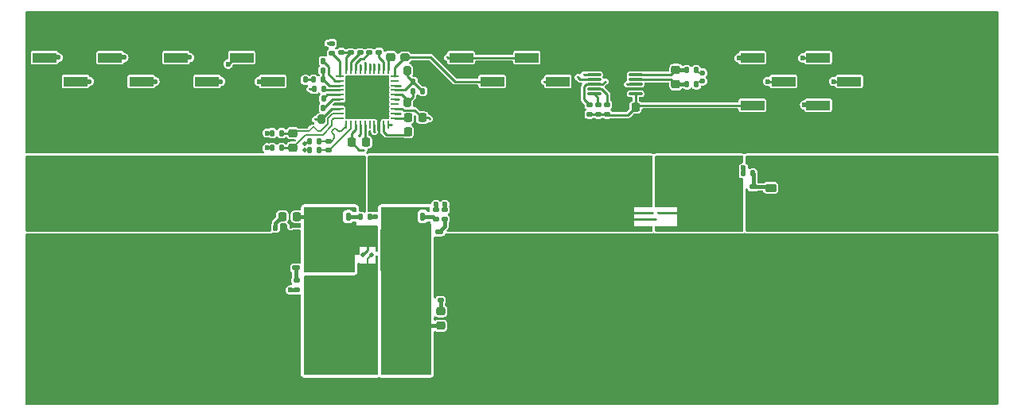
<source format=gtl>
G04 #@! TF.GenerationSoftware,KiCad,Pcbnew,8.0.7*
G04 #@! TF.CreationDate,2025-05-16T22:33:28-04:00*
G04 #@! TF.ProjectId,protovolt,70726f74-6f76-46f6-9c74-2e6b69636164,rev?*
G04 #@! TF.SameCoordinates,Original*
G04 #@! TF.FileFunction,Copper,L1,Top*
G04 #@! TF.FilePolarity,Positive*
%FSLAX46Y46*%
G04 Gerber Fmt 4.6, Leading zero omitted, Abs format (unit mm)*
G04 Created by KiCad (PCBNEW 8.0.7) date 2025-05-16 22:33:28*
%MOMM*%
%LPD*%
G01*
G04 APERTURE LIST*
G04 Aperture macros list*
%AMRoundRect*
0 Rectangle with rounded corners*
0 $1 Rounding radius*
0 $2 $3 $4 $5 $6 $7 $8 $9 X,Y pos of 4 corners*
0 Add a 4 corners polygon primitive as box body*
4,1,4,$2,$3,$4,$5,$6,$7,$8,$9,$2,$3,0*
0 Add four circle primitives for the rounded corners*
1,1,$1+$1,$2,$3*
1,1,$1+$1,$4,$5*
1,1,$1+$1,$6,$7*
1,1,$1+$1,$8,$9*
0 Add four rect primitives between the rounded corners*
20,1,$1+$1,$2,$3,$4,$5,0*
20,1,$1+$1,$4,$5,$6,$7,0*
20,1,$1+$1,$6,$7,$8,$9,0*
20,1,$1+$1,$8,$9,$2,$3,0*%
G04 Aperture macros list end*
G04 #@! TA.AperFunction,SMDPad,CuDef*
%ADD10RoundRect,0.135000X0.135000X0.185000X-0.135000X0.185000X-0.135000X-0.185000X0.135000X-0.185000X0*%
G04 #@! TD*
G04 #@! TA.AperFunction,SMDPad,CuDef*
%ADD11R,2.510000X1.000000*%
G04 #@! TD*
G04 #@! TA.AperFunction,SMDPad,CuDef*
%ADD12RoundRect,0.140000X0.170000X-0.140000X0.170000X0.140000X-0.170000X0.140000X-0.170000X-0.140000X0*%
G04 #@! TD*
G04 #@! TA.AperFunction,SMDPad,CuDef*
%ADD13R,1.000000X3.150000*%
G04 #@! TD*
G04 #@! TA.AperFunction,SMDPad,CuDef*
%ADD14RoundRect,0.135000X0.185000X-0.135000X0.185000X0.135000X-0.185000X0.135000X-0.185000X-0.135000X0*%
G04 #@! TD*
G04 #@! TA.AperFunction,SMDPad,CuDef*
%ADD15RoundRect,0.225000X0.250000X-0.225000X0.250000X0.225000X-0.250000X0.225000X-0.250000X-0.225000X0*%
G04 #@! TD*
G04 #@! TA.AperFunction,SMDPad,CuDef*
%ADD16RoundRect,0.225000X-0.225000X-0.250000X0.225000X-0.250000X0.225000X0.250000X-0.225000X0.250000X0*%
G04 #@! TD*
G04 #@! TA.AperFunction,SMDPad,CuDef*
%ADD17RoundRect,0.200000X0.200000X0.275000X-0.200000X0.275000X-0.200000X-0.275000X0.200000X-0.275000X0*%
G04 #@! TD*
G04 #@! TA.AperFunction,SMDPad,CuDef*
%ADD18RoundRect,0.125000X0.300000X0.125000X-0.300000X0.125000X-0.300000X-0.125000X0.300000X-0.125000X0*%
G04 #@! TD*
G04 #@! TA.AperFunction,ComponentPad*
%ADD19C,0.600000*%
G04 #@! TD*
G04 #@! TA.AperFunction,SMDPad,CuDef*
%ADD20R,4.550000X4.410000*%
G04 #@! TD*
G04 #@! TA.AperFunction,SMDPad,CuDef*
%ADD21RoundRect,0.250000X-1.100000X0.325000X-1.100000X-0.325000X1.100000X-0.325000X1.100000X0.325000X0*%
G04 #@! TD*
G04 #@! TA.AperFunction,SMDPad,CuDef*
%ADD22RoundRect,0.140000X0.140000X0.170000X-0.140000X0.170000X-0.140000X-0.170000X0.140000X-0.170000X0*%
G04 #@! TD*
G04 #@! TA.AperFunction,SMDPad,CuDef*
%ADD23RoundRect,0.135000X-0.135000X-0.185000X0.135000X-0.185000X0.135000X0.185000X-0.135000X0.185000X0*%
G04 #@! TD*
G04 #@! TA.AperFunction,SMDPad,CuDef*
%ADD24RoundRect,0.225000X-0.250000X0.225000X-0.250000X-0.225000X0.250000X-0.225000X0.250000X0.225000X0*%
G04 #@! TD*
G04 #@! TA.AperFunction,SMDPad,CuDef*
%ADD25RoundRect,0.225000X0.225000X0.250000X-0.225000X0.250000X-0.225000X-0.250000X0.225000X-0.250000X0*%
G04 #@! TD*
G04 #@! TA.AperFunction,SMDPad,CuDef*
%ADD26RoundRect,0.200000X-0.275000X0.200000X-0.275000X-0.200000X0.275000X-0.200000X0.275000X0.200000X0*%
G04 #@! TD*
G04 #@! TA.AperFunction,SMDPad,CuDef*
%ADD27RoundRect,0.125000X-0.300000X-0.125000X0.300000X-0.125000X0.300000X0.125000X-0.300000X0.125000X0*%
G04 #@! TD*
G04 #@! TA.AperFunction,SMDPad,CuDef*
%ADD28RoundRect,1.025000X-1.025000X-1.025000X1.025000X-1.025000X1.025000X1.025000X-1.025000X1.025000X0*%
G04 #@! TD*
G04 #@! TA.AperFunction,SMDPad,CuDef*
%ADD29RoundRect,0.135000X-0.185000X0.135000X-0.185000X-0.135000X0.185000X-0.135000X0.185000X0.135000X0*%
G04 #@! TD*
G04 #@! TA.AperFunction,SMDPad,CuDef*
%ADD30RoundRect,0.250000X-0.362500X-1.425000X0.362500X-1.425000X0.362500X1.425000X-0.362500X1.425000X0*%
G04 #@! TD*
G04 #@! TA.AperFunction,SMDPad,CuDef*
%ADD31RoundRect,0.075000X-0.650000X-0.075000X0.650000X-0.075000X0.650000X0.075000X-0.650000X0.075000X0*%
G04 #@! TD*
G04 #@! TA.AperFunction,SMDPad,CuDef*
%ADD32RoundRect,0.125000X0.125000X-0.300000X0.125000X0.300000X-0.125000X0.300000X-0.125000X-0.300000X0*%
G04 #@! TD*
G04 #@! TA.AperFunction,SMDPad,CuDef*
%ADD33R,4.410000X4.550000*%
G04 #@! TD*
G04 #@! TA.AperFunction,SMDPad,CuDef*
%ADD34RoundRect,0.062500X-0.062500X0.350000X-0.062500X-0.350000X0.062500X-0.350000X0.062500X0.350000X0*%
G04 #@! TD*
G04 #@! TA.AperFunction,SMDPad,CuDef*
%ADD35RoundRect,0.062500X-0.350000X0.062500X-0.350000X-0.062500X0.350000X-0.062500X0.350000X0.062500X0*%
G04 #@! TD*
G04 #@! TA.AperFunction,HeatsinkPad*
%ADD36C,0.500000*%
G04 #@! TD*
G04 #@! TA.AperFunction,HeatsinkPad*
%ADD37R,4.600000X4.600000*%
G04 #@! TD*
G04 #@! TA.AperFunction,SMDPad,CuDef*
%ADD38RoundRect,0.250000X-0.625000X0.312500X-0.625000X-0.312500X0.625000X-0.312500X0.625000X0.312500X0*%
G04 #@! TD*
G04 #@! TA.AperFunction,SMDPad,CuDef*
%ADD39RoundRect,0.250000X1.100000X-0.325000X1.100000X0.325000X-1.100000X0.325000X-1.100000X-0.325000X0*%
G04 #@! TD*
G04 #@! TA.AperFunction,SMDPad,CuDef*
%ADD40RoundRect,0.225000X-0.375000X0.225000X-0.375000X-0.225000X0.375000X-0.225000X0.375000X0.225000X0*%
G04 #@! TD*
G04 #@! TA.AperFunction,SMDPad,CuDef*
%ADD41RoundRect,0.250000X-0.700000X1.825000X-0.700000X-1.825000X0.700000X-1.825000X0.700000X1.825000X0*%
G04 #@! TD*
G04 #@! TA.AperFunction,ViaPad*
%ADD42C,0.600000*%
G04 #@! TD*
G04 #@! TA.AperFunction,ViaPad*
%ADD43C,0.300000*%
G04 #@! TD*
G04 #@! TA.AperFunction,ViaPad*
%ADD44C,0.500000*%
G04 #@! TD*
G04 #@! TA.AperFunction,Conductor*
%ADD45C,0.254000*%
G04 #@! TD*
G04 #@! TA.AperFunction,Conductor*
%ADD46C,0.381000*%
G04 #@! TD*
G04 #@! TA.AperFunction,Conductor*
%ADD47C,0.200000*%
G04 #@! TD*
G04 APERTURE END LIST*
D10*
X213410000Y-113800000D03*
X212390000Y-113800000D03*
D11*
X182345000Y-101460000D03*
X185655000Y-104000000D03*
X182345000Y-106540000D03*
D12*
X173600000Y-100905000D03*
X173600000Y-99945000D03*
D13*
X238140000Y-117475000D03*
X238140000Y-122525000D03*
X235600000Y-117475000D03*
X235600000Y-122525000D03*
X233060000Y-117475000D03*
X233060000Y-122525000D03*
D14*
X180175000Y-127335000D03*
X180175000Y-126315000D03*
D15*
X180175000Y-130050000D03*
X180175000Y-128500000D03*
D16*
X176675000Y-109350000D03*
X178225000Y-109350000D03*
D17*
X167475000Y-108050000D03*
X165825000Y-108050000D03*
D18*
X213450000Y-119055000D03*
X213450000Y-117785000D03*
X213450000Y-116515000D03*
X213450000Y-115245000D03*
D19*
X210950000Y-117750000D03*
X210950000Y-116550000D03*
X210450000Y-118400000D03*
X210450000Y-117150000D03*
X210450000Y-115950000D03*
X209950000Y-117750000D03*
X209950000Y-116550000D03*
D20*
X209500000Y-117150000D03*
D19*
X209450000Y-118400000D03*
X209450000Y-117150000D03*
X209450000Y-115950000D03*
X208950000Y-117750000D03*
X208950000Y-116550000D03*
X208450000Y-118400000D03*
X208450000Y-117150000D03*
X208450000Y-115950000D03*
X207950000Y-117750000D03*
X207950000Y-116550000D03*
D21*
X227100000Y-118525000D03*
X227100000Y-121475000D03*
D22*
X165780000Y-103825000D03*
X164820000Y-103825000D03*
D23*
X166690000Y-104825000D03*
X167710000Y-104825000D03*
D24*
X205200000Y-102775000D03*
X205200000Y-104325000D03*
D11*
X189345000Y-101460000D03*
X192655000Y-104000000D03*
X189345000Y-106540000D03*
D21*
X184000000Y-118525000D03*
X184000000Y-121475000D03*
D25*
X172225000Y-110475000D03*
X170675000Y-110475000D03*
D13*
X137460000Y-122525000D03*
X137460000Y-117475000D03*
X140000000Y-122525000D03*
X140000000Y-117475000D03*
X142540000Y-122525000D03*
X142540000Y-117475000D03*
D26*
X176350000Y-99775000D03*
X176350000Y-101425000D03*
D23*
X177240000Y-104025000D03*
X178260000Y-104025000D03*
D27*
X164770000Y-120065000D03*
X164770000Y-121335000D03*
X164770000Y-122605000D03*
X164770000Y-123875000D03*
D19*
X167270000Y-121370000D03*
X167270000Y-122570000D03*
X167770000Y-120720000D03*
X167770000Y-121970000D03*
X167770000Y-123170000D03*
X168270000Y-121370000D03*
X168270000Y-122570000D03*
D20*
X168720000Y-121970000D03*
D19*
X168770000Y-120720000D03*
X168770000Y-121970000D03*
X168770000Y-123170000D03*
X169270000Y-121370000D03*
X169270000Y-122570000D03*
X169770000Y-121970000D03*
X169770000Y-123170000D03*
X170270000Y-122570000D03*
D16*
X176675000Y-107875000D03*
X178225000Y-107875000D03*
D22*
X167650000Y-102825000D03*
X166690000Y-102825000D03*
D19*
X166125000Y-129475000D03*
X166125000Y-130675000D03*
X166625000Y-128825000D03*
X166625000Y-130075000D03*
X166625000Y-131275000D03*
X167125000Y-129475000D03*
X167125000Y-130675000D03*
X167625000Y-128825000D03*
X167625000Y-130075000D03*
D28*
X167625000Y-130075000D03*
D19*
X167625000Y-131275000D03*
X168125000Y-129475000D03*
X168125000Y-130675000D03*
X168625000Y-128825000D03*
X168625000Y-130075000D03*
X168625000Y-131275000D03*
X169125000Y-129475000D03*
X169125000Y-130675000D03*
X175625000Y-129425000D03*
X175625000Y-130625000D03*
X176125000Y-128775000D03*
X176125000Y-130025000D03*
X176125000Y-131225000D03*
X176625000Y-129425000D03*
X176625000Y-130625000D03*
X177125000Y-128775000D03*
X177125000Y-130025000D03*
D28*
X177125000Y-130075000D03*
D19*
X177125000Y-131225000D03*
X177625000Y-129425000D03*
X177625000Y-130625000D03*
X178125000Y-128775000D03*
X178125000Y-130025000D03*
X178125000Y-131225000D03*
X178625000Y-129425000D03*
X178625000Y-130625000D03*
D29*
X179650000Y-117690000D03*
X179650000Y-118710000D03*
D30*
X200037500Y-118000000D03*
X205962500Y-118000000D03*
D14*
X196950000Y-107510000D03*
X196950000Y-106490000D03*
D31*
X196500000Y-103300000D03*
X196500000Y-103800000D03*
X196500000Y-104300000D03*
X196500000Y-104800000D03*
X196500000Y-105300000D03*
X200900000Y-105300000D03*
X200900000Y-104800000D03*
X200900000Y-104300000D03*
X200900000Y-103800000D03*
X200900000Y-103300000D03*
D18*
X180005000Y-123870000D03*
X180005000Y-122600000D03*
X180005000Y-121330000D03*
X180005000Y-120060000D03*
D19*
X177505000Y-122565000D03*
X177505000Y-121365000D03*
X177005000Y-123215000D03*
X177005000Y-121965000D03*
X177005000Y-120765000D03*
X176505000Y-122565000D03*
X176505000Y-121365000D03*
D20*
X176055000Y-121965000D03*
D19*
X176005000Y-123215000D03*
X176005000Y-121965000D03*
X176005000Y-120765000D03*
X175505000Y-122565000D03*
X175505000Y-121365000D03*
X175005000Y-123215000D03*
X175005000Y-121965000D03*
X175005000Y-120765000D03*
X174505000Y-122565000D03*
X174505000Y-121365000D03*
D14*
X164825000Y-126260000D03*
X164825000Y-125240000D03*
X172600000Y-100945000D03*
X172600000Y-99925000D03*
D32*
X174445000Y-118415000D03*
X175715000Y-118415000D03*
X176985000Y-118415000D03*
X178255000Y-118415000D03*
D19*
X175750000Y-115915000D03*
X176950000Y-115915000D03*
X175100000Y-115415000D03*
X176350000Y-115415000D03*
X177550000Y-115415000D03*
X175750000Y-114915000D03*
X176950000Y-114915000D03*
D33*
X176350000Y-114465000D03*
D19*
X175100000Y-114415000D03*
X176350000Y-114415000D03*
X177550000Y-114415000D03*
X175750000Y-113915000D03*
X176950000Y-113915000D03*
X175100000Y-113415000D03*
X176350000Y-113415000D03*
X177550000Y-113415000D03*
X175750000Y-112915000D03*
X176950000Y-112915000D03*
D10*
X172685000Y-118425000D03*
X171665000Y-118425000D03*
D34*
X174612500Y-102737500D03*
X174112500Y-102737500D03*
X173612500Y-102737500D03*
X173112500Y-102737500D03*
X172612500Y-102737500D03*
X172112500Y-102737500D03*
X171612500Y-102737500D03*
X171112500Y-102737500D03*
X170612500Y-102737500D03*
X170112500Y-102737500D03*
D35*
X169425000Y-103425000D03*
X169425000Y-103925000D03*
X169425000Y-104425000D03*
X169425000Y-104925000D03*
X169425000Y-105425000D03*
X169425000Y-105925000D03*
X169425000Y-106425000D03*
X169425000Y-106925000D03*
X169425000Y-107425000D03*
X169425000Y-107925000D03*
D34*
X170112500Y-108612500D03*
X170612500Y-108612500D03*
X171112500Y-108612500D03*
X171612500Y-108612500D03*
X172112500Y-108612500D03*
X172612500Y-108612500D03*
X173112500Y-108612500D03*
X173612500Y-108612500D03*
X174112500Y-108612500D03*
X174612500Y-108612500D03*
D35*
X175300000Y-107925000D03*
X175300000Y-107425000D03*
X175300000Y-106925000D03*
X175300000Y-106425000D03*
X175300000Y-105925000D03*
X175300000Y-105425000D03*
X175300000Y-104925000D03*
X175300000Y-104425000D03*
X175300000Y-103925000D03*
X175300000Y-103425000D03*
D36*
X174412500Y-103625000D03*
X173387500Y-103625000D03*
X172362500Y-103625000D03*
X171337500Y-103625000D03*
X170312500Y-103625000D03*
X174412500Y-104650000D03*
X173387500Y-104650000D03*
X172362500Y-104650000D03*
X171337500Y-104650000D03*
X170312500Y-104650000D03*
X174412500Y-105675000D03*
X173387500Y-105675000D03*
X172362500Y-105675000D03*
D37*
X172362500Y-105675000D03*
D36*
X171337500Y-105675000D03*
X170312500Y-105675000D03*
X174412500Y-106700000D03*
X173387500Y-106700000D03*
X172362500Y-106700000D03*
X171337500Y-106700000D03*
X170312500Y-106700000D03*
X174412500Y-107725000D03*
X173387500Y-107725000D03*
X172362500Y-107725000D03*
X171337500Y-107725000D03*
X170312500Y-107725000D03*
D14*
X170600000Y-100945000D03*
X170600000Y-99925000D03*
D10*
X167257500Y-111305000D03*
X166237500Y-111305000D03*
D23*
X177230000Y-105025000D03*
X178250000Y-105025000D03*
X206365000Y-102775000D03*
X207385000Y-102775000D03*
D38*
X172375000Y-121062500D03*
X172375000Y-123987500D03*
D29*
X168600000Y-99940000D03*
X168600000Y-100960000D03*
D39*
X186000000Y-113375000D03*
X186000000Y-110425000D03*
X190000000Y-113375000D03*
X190000000Y-110425000D03*
D17*
X178300000Y-102825000D03*
X176650000Y-102825000D03*
D12*
X168237500Y-111310000D03*
X168237500Y-110350000D03*
D40*
X215300000Y-115350000D03*
X215300000Y-118650000D03*
D24*
X164450000Y-109525000D03*
X164450000Y-111075000D03*
D14*
X197900000Y-107510000D03*
X197900000Y-106490000D03*
D11*
X138000000Y-101460000D03*
X141310000Y-104000000D03*
X138000000Y-106540000D03*
D14*
X196000000Y-107510000D03*
X196000000Y-106490000D03*
D10*
X163260000Y-111100000D03*
X162240000Y-111100000D03*
D41*
X221000000Y-116525000D03*
X221000000Y-123475000D03*
X194000000Y-116525000D03*
X194000000Y-123475000D03*
D25*
X164875000Y-118400000D03*
X163325000Y-118400000D03*
D11*
X220345000Y-101460000D03*
X223655000Y-104000000D03*
X220345000Y-106540000D03*
D10*
X167690000Y-103825000D03*
X166670000Y-103825000D03*
X163260000Y-109500000D03*
X162240000Y-109500000D03*
D11*
X159000000Y-101460000D03*
X162310000Y-104000000D03*
X159000000Y-106540000D03*
D23*
X162590000Y-119600000D03*
X163610000Y-119600000D03*
D32*
X166515000Y-118425000D03*
X167785000Y-118425000D03*
X169055000Y-118425000D03*
X170325000Y-118425000D03*
D19*
X167820000Y-115925000D03*
X169020000Y-115925000D03*
X167170000Y-115425000D03*
X168420000Y-115425000D03*
X169620000Y-115425000D03*
X167820000Y-114925000D03*
X169020000Y-114925000D03*
D33*
X168420000Y-114475000D03*
D19*
X167170000Y-114425000D03*
X168420000Y-114425000D03*
X169620000Y-114425000D03*
X167820000Y-113925000D03*
X169020000Y-113925000D03*
X167170000Y-113425000D03*
X168420000Y-113425000D03*
X169620000Y-113425000D03*
X167820000Y-112925000D03*
X169020000Y-112925000D03*
D14*
X171600000Y-100945000D03*
X171600000Y-99925000D03*
D29*
X180600000Y-117690000D03*
X180600000Y-118710000D03*
D22*
X167675000Y-106825000D03*
X166715000Y-106825000D03*
D11*
X152000000Y-101460000D03*
X155310000Y-104000000D03*
X152000000Y-106540000D03*
D10*
X167670000Y-101825000D03*
X166650000Y-101825000D03*
D15*
X174850000Y-101375000D03*
X174850000Y-99825000D03*
D41*
X156000000Y-116525000D03*
X156000000Y-123475000D03*
D17*
X178275000Y-106225000D03*
X176625000Y-106225000D03*
D11*
X145000000Y-101460000D03*
X148310000Y-104000000D03*
X145000000Y-106540000D03*
D25*
X200900000Y-106775000D03*
X199350000Y-106775000D03*
D39*
X182000000Y-113375000D03*
X182000000Y-110425000D03*
D23*
X206365000Y-104325000D03*
X207385000Y-104325000D03*
X166690000Y-105825000D03*
X167710000Y-105825000D03*
D10*
X167257500Y-110350000D03*
X166237500Y-110350000D03*
D11*
X213345000Y-101460000D03*
X216655000Y-104000000D03*
X213345000Y-106540000D03*
D39*
X159700000Y-113375000D03*
X159700000Y-110425000D03*
D12*
X169600000Y-100905000D03*
X169600000Y-99945000D03*
D21*
X188000000Y-118525000D03*
X188000000Y-121475000D03*
D42*
X195000000Y-135000000D03*
X219000000Y-121000000D03*
X185000000Y-123000000D03*
X188000000Y-124000000D03*
X220000000Y-97500000D03*
X200000000Y-130000000D03*
X185000000Y-97500000D03*
X193500000Y-109000000D03*
X140000000Y-100000000D03*
X138500000Y-122500000D03*
X147000000Y-121000000D03*
X155000000Y-97500000D03*
X189000000Y-123000000D03*
X224000000Y-123000000D03*
X235000000Y-125000000D03*
X187000000Y-124000000D03*
X223000000Y-123000000D03*
X141000000Y-121500000D03*
X234100000Y-121500000D03*
X192000000Y-121000000D03*
X230000000Y-124000000D03*
X235000000Y-130000000D03*
X175000000Y-111300000D03*
X155000000Y-110000000D03*
X140000000Y-97500000D03*
X230000000Y-130000000D03*
X140000000Y-110000000D03*
X180925000Y-123850000D03*
X227000000Y-123000000D03*
X165000000Y-97500000D03*
X186000000Y-125000000D03*
X158000000Y-122000000D03*
X226000000Y-123000000D03*
X164150000Y-123150000D03*
X233000000Y-125000000D03*
X183000000Y-124000000D03*
X201000000Y-109000000D03*
X223000000Y-121000000D03*
X180000000Y-97500000D03*
X180000000Y-124500000D03*
X141000000Y-127000000D03*
X149000000Y-121000000D03*
X145000000Y-130000000D03*
X215000000Y-110000000D03*
X196000000Y-123000000D03*
X196000000Y-122000000D03*
X229000000Y-123000000D03*
X221000000Y-121000000D03*
X226000000Y-125000000D03*
X228000000Y-124000000D03*
X150000000Y-100000000D03*
X182000000Y-124000000D03*
X231000000Y-121000000D03*
X188000000Y-125000000D03*
X150000000Y-130000000D03*
X228000000Y-125000000D03*
X190000000Y-97500000D03*
X218000000Y-121000000D03*
X153000000Y-121000000D03*
X205000000Y-130000000D03*
X150000000Y-97500000D03*
X210000000Y-110000000D03*
X151000000Y-121000000D03*
X185000000Y-124000000D03*
X210000000Y-125000000D03*
X227000000Y-125000000D03*
X158000000Y-123000000D03*
X164150000Y-121950000D03*
X215000000Y-135000000D03*
X150000000Y-110000000D03*
X141000000Y-123500000D03*
X193000000Y-121000000D03*
X159000000Y-122000000D03*
X155000000Y-121000000D03*
X230000000Y-135000000D03*
X200000000Y-125000000D03*
X138500000Y-123500000D03*
X180925000Y-121350000D03*
X155000000Y-100000000D03*
X192000000Y-122000000D03*
X184000000Y-124000000D03*
X215000000Y-130000000D03*
X164150000Y-120700000D03*
X143000000Y-127000000D03*
X191000000Y-123000000D03*
X155000000Y-135000000D03*
X175000000Y-97500000D03*
X205000000Y-97500000D03*
X200000000Y-135000000D03*
X235000000Y-97500000D03*
X143000000Y-125000000D03*
X180625000Y-123225000D03*
X190000000Y-135000000D03*
X225000000Y-135000000D03*
X163825000Y-123725000D03*
X154000000Y-121000000D03*
X186000000Y-123000000D03*
X180000000Y-109000000D03*
X200000000Y-97500000D03*
X180650000Y-124500000D03*
X225000000Y-125000000D03*
X229000000Y-125000000D03*
X205000000Y-135000000D03*
X233000000Y-127000000D03*
X239000000Y-125000000D03*
X140000000Y-135000000D03*
X183000000Y-123000000D03*
X196000000Y-121000000D03*
X153000000Y-122000000D03*
X230000000Y-123000000D03*
X220000000Y-110000000D03*
X155000000Y-130000000D03*
X138500000Y-121500000D03*
X225000000Y-124000000D03*
X220000000Y-130000000D03*
X145000000Y-97500000D03*
X170000000Y-97500000D03*
X227000000Y-124000000D03*
X220000000Y-121000000D03*
X145000000Y-100000000D03*
X197000000Y-121000000D03*
X184000000Y-125000000D03*
X224000000Y-122000000D03*
X186000000Y-124000000D03*
X159000000Y-121000000D03*
X139000000Y-125000000D03*
X210000000Y-135000000D03*
X195000000Y-121000000D03*
X215000000Y-97500000D03*
X226000000Y-124000000D03*
X186000000Y-109000000D03*
X180625000Y-120725000D03*
X222000000Y-121000000D03*
X154000000Y-122000000D03*
X187000000Y-125000000D03*
X190000000Y-125000000D03*
X234100000Y-122500000D03*
X210000000Y-97500000D03*
X163925000Y-121325000D03*
X235000000Y-110000000D03*
X159000000Y-123000000D03*
X141000000Y-125000000D03*
X185000000Y-125000000D03*
X197000000Y-123000000D03*
X189000000Y-109000000D03*
X183000000Y-125000000D03*
X190000000Y-130000000D03*
X140000000Y-130000000D03*
X189000000Y-125000000D03*
X195000000Y-109000000D03*
X235000000Y-100000000D03*
X158000000Y-121000000D03*
X237000000Y-125000000D03*
X224000000Y-121000000D03*
X218000000Y-123000000D03*
X219000000Y-123000000D03*
X183000000Y-109000000D03*
X219000000Y-122000000D03*
X205000000Y-125000000D03*
X156000000Y-121000000D03*
X235000000Y-105000000D03*
X141000000Y-122500000D03*
X230000000Y-100000000D03*
X185000000Y-135000000D03*
X197000000Y-122000000D03*
X184000000Y-123000000D03*
X230000000Y-125000000D03*
X228000000Y-123000000D03*
X229000000Y-124000000D03*
X235000000Y-135000000D03*
X145000000Y-121000000D03*
X235000000Y-127000000D03*
X163875000Y-124600000D03*
X230000000Y-105000000D03*
X195000000Y-130000000D03*
X164775000Y-121950000D03*
X218000000Y-122000000D03*
X137000000Y-125000000D03*
X225000000Y-130000000D03*
X160000000Y-135000000D03*
X145000000Y-135000000D03*
X157000000Y-121000000D03*
X234100000Y-123500000D03*
X164775000Y-120700000D03*
X180925000Y-122600000D03*
X139000000Y-127000000D03*
X194000000Y-121000000D03*
X195000000Y-97500000D03*
X236600000Y-123500000D03*
X182000000Y-125000000D03*
X185000000Y-130000000D03*
X150000000Y-135000000D03*
X237000000Y-127000000D03*
X160000000Y-97500000D03*
X163925000Y-122550000D03*
X180000000Y-121950000D03*
X145000000Y-110000000D03*
X215000000Y-125000000D03*
X187000000Y-123000000D03*
X225000000Y-123000000D03*
X225000000Y-110000000D03*
X225000000Y-97500000D03*
X236600000Y-122500000D03*
X220000000Y-135000000D03*
X184500000Y-109000000D03*
X188000000Y-123000000D03*
X160000000Y-130000000D03*
X223000000Y-122000000D03*
X192000000Y-109000000D03*
X187500000Y-109000000D03*
X198000000Y-109000000D03*
X239000000Y-127000000D03*
X230000000Y-97500000D03*
X153000000Y-123000000D03*
X189000000Y-124000000D03*
X180000000Y-123225000D03*
X230000000Y-110000000D03*
X191000000Y-122000000D03*
X191000000Y-121000000D03*
X137000000Y-127000000D03*
X210000000Y-130000000D03*
X180625000Y-121950000D03*
X154000000Y-123000000D03*
X192000000Y-123000000D03*
X182000000Y-123000000D03*
X236600000Y-121500000D03*
X190500000Y-109000000D03*
X225000000Y-100000000D03*
X147000000Y-119000000D03*
X158000000Y-119000000D03*
X153000000Y-117000000D03*
X143000000Y-113000000D03*
X165800000Y-113800000D03*
X165800000Y-115800000D03*
X147000000Y-113000000D03*
X145000000Y-115000000D03*
X154000000Y-118000000D03*
X163000000Y-117000000D03*
X143000000Y-115000000D03*
X151000000Y-113000000D03*
X165800000Y-115100000D03*
X165800000Y-114450000D03*
X161000000Y-115000000D03*
X159000000Y-118000000D03*
D43*
X180900000Y-101450000D03*
D42*
X139000000Y-113000000D03*
X161000000Y-119000000D03*
X165800000Y-113150000D03*
X155000000Y-119000000D03*
X155000000Y-113000000D03*
X147000000Y-115000000D03*
X141000000Y-117500000D03*
X156000000Y-119000000D03*
X149000000Y-113000000D03*
X163000000Y-113000000D03*
X139000000Y-115000000D03*
X158000000Y-117000000D03*
X153000000Y-119000000D03*
X138500000Y-117500000D03*
X149000000Y-119000000D03*
X154000000Y-119000000D03*
X138500000Y-118500000D03*
X137000000Y-113000000D03*
X161000000Y-117000000D03*
X153000000Y-113000000D03*
X159000000Y-119000000D03*
D43*
X177225000Y-105625000D03*
D42*
X137000000Y-115000000D03*
X165800000Y-112500000D03*
X141000000Y-113000000D03*
X138500000Y-116500000D03*
X145000000Y-113000000D03*
X151000000Y-119000000D03*
X141000000Y-115000000D03*
X163000000Y-115000000D03*
X145000000Y-119000000D03*
X149000000Y-115000000D03*
X158000000Y-118000000D03*
X159000000Y-117000000D03*
X153000000Y-118000000D03*
X151000000Y-115000000D03*
X154000000Y-117000000D03*
X141000000Y-118500000D03*
X157000000Y-119000000D03*
X141000000Y-116500000D03*
X236600000Y-118500000D03*
X226000000Y-117000000D03*
X219000000Y-117000000D03*
X223000000Y-117000000D03*
X223000000Y-113000000D03*
X230000000Y-116000000D03*
X228000000Y-115000000D03*
X233000000Y-113000000D03*
X214375000Y-116525000D03*
X227000000Y-116000000D03*
X227000000Y-115000000D03*
X234100000Y-118500000D03*
X217000000Y-115000000D03*
X231000000Y-119000000D03*
X222000000Y-119000000D03*
X217000000Y-113000000D03*
X233000000Y-115000000D03*
X228000000Y-117000000D03*
X219000000Y-118000000D03*
X221000000Y-113000000D03*
X228000000Y-116000000D03*
X229000000Y-115000000D03*
X225000000Y-115000000D03*
X227000000Y-117000000D03*
X236600000Y-117500000D03*
X218000000Y-119000000D03*
X212925000Y-118400000D03*
X235000000Y-115000000D03*
X226000000Y-115000000D03*
X214375000Y-118400000D03*
X220000000Y-119000000D03*
X219000000Y-119000000D03*
D43*
X200000000Y-104300000D03*
D42*
X215000000Y-113000000D03*
X214375000Y-117775000D03*
X236600000Y-116500000D03*
X223000000Y-119000000D03*
X224000000Y-117000000D03*
X221000000Y-119000000D03*
X224000000Y-118000000D03*
X235000000Y-113000000D03*
X231000000Y-113000000D03*
X237000000Y-115000000D03*
X225000000Y-116000000D03*
X230000000Y-117000000D03*
X234100000Y-116500000D03*
X225000000Y-113000000D03*
X226000000Y-116000000D03*
X223000000Y-118000000D03*
X218000000Y-118000000D03*
X229000000Y-116000000D03*
X237000000Y-113000000D03*
X230000000Y-115000000D03*
X218000000Y-117000000D03*
X219000000Y-113000000D03*
X229000000Y-113000000D03*
X225000000Y-117000000D03*
X213775000Y-117150000D03*
X227000000Y-113000000D03*
X212925000Y-117150000D03*
X224000000Y-119000000D03*
X234100000Y-117500000D03*
X214375000Y-117150000D03*
X213775000Y-118400000D03*
X229000000Y-117000000D03*
X214375000Y-119050000D03*
D43*
X238900000Y-119600000D03*
X166250000Y-104800000D03*
D42*
X157550000Y-102150000D03*
D43*
X168150000Y-99910131D03*
D42*
X139450000Y-101450000D03*
D43*
X174112500Y-109200000D03*
D42*
X176000000Y-127000000D03*
X175000000Y-134000000D03*
X176350000Y-118450000D03*
X178750000Y-120650000D03*
X174750000Y-119200000D03*
X175100000Y-118450000D03*
X178000000Y-133000000D03*
X177000000Y-134000000D03*
X178750000Y-120000000D03*
X175000000Y-133000000D03*
X177000000Y-133000000D03*
X178000000Y-125000000D03*
X176000000Y-126000000D03*
X178000000Y-134000000D03*
X176700000Y-119200000D03*
X177350000Y-119207849D03*
X178750000Y-121950000D03*
X177000000Y-125000000D03*
X175000000Y-125000000D03*
X178750000Y-122600000D03*
X176000000Y-125000000D03*
X176050000Y-119200000D03*
X178000000Y-127000000D03*
X175000000Y-127000000D03*
X178750000Y-123900000D03*
X176000000Y-133000000D03*
X177000000Y-127000000D03*
X178750000Y-121300000D03*
X175000000Y-126000000D03*
X176000000Y-134000000D03*
D43*
X179000000Y-108000000D03*
D42*
X178750000Y-123250000D03*
X178000000Y-126000000D03*
X174100000Y-119200000D03*
X177000000Y-126000000D03*
X175400000Y-119200000D03*
D43*
X174112500Y-102150000D03*
D42*
X153450000Y-101450000D03*
X211900000Y-101500000D03*
D43*
X194761706Y-103548996D03*
X195400000Y-103300000D03*
D42*
X215000000Y-104000000D03*
X142750000Y-104000000D03*
D43*
X171635501Y-102226131D03*
D42*
X222000000Y-104000000D03*
D43*
X196900000Y-105900000D03*
X197700000Y-104000000D03*
D42*
X218700000Y-101500000D03*
D43*
X197900000Y-105400000D03*
D42*
X218900000Y-106500000D03*
D43*
X173612500Y-102162500D03*
D42*
X160850000Y-104000000D03*
X146450000Y-101450000D03*
D43*
X172124052Y-101996763D03*
D42*
X149750000Y-104000000D03*
D43*
X172612500Y-102200000D03*
X173112500Y-102200000D03*
D42*
X156750000Y-104000000D03*
D43*
X175850000Y-104425000D03*
X191200000Y-104000000D03*
X175662710Y-105937290D03*
D42*
X212400000Y-113200000D03*
X173225000Y-118425000D03*
D43*
X171425000Y-109775000D03*
D42*
X164200000Y-126250000D03*
D43*
X173125000Y-109375000D03*
X175850000Y-107425000D03*
D42*
X179650000Y-117115000D03*
D43*
X174900000Y-108600000D03*
D42*
X180600000Y-117115000D03*
X197000000Y-117000000D03*
X187000000Y-116000000D03*
X200000000Y-119000000D03*
X183000000Y-116000000D03*
X179000000Y-112550000D03*
X191000000Y-118000000D03*
X182000000Y-116000000D03*
X195000000Y-119000000D03*
D43*
X202700000Y-118000000D03*
D42*
X189000000Y-115000000D03*
X182000000Y-115000000D03*
X192000000Y-119000000D03*
X199000000Y-113000000D03*
X188000000Y-116000000D03*
X186000000Y-116000000D03*
X193000000Y-113000000D03*
X173800000Y-115150000D03*
D43*
X166825000Y-108050000D03*
D42*
X196000000Y-118000000D03*
X186000000Y-117000000D03*
X187000000Y-115000000D03*
X196000000Y-117000000D03*
X189000000Y-116000000D03*
X188000000Y-115000000D03*
X181000000Y-115000000D03*
X200000000Y-117000000D03*
X187000000Y-117000000D03*
X208043732Y-103100000D03*
X201000000Y-113000000D03*
X173800000Y-114500000D03*
X195000000Y-113000000D03*
X182000000Y-119000000D03*
X186000000Y-115000000D03*
X173800000Y-113200000D03*
X192000000Y-118000000D03*
X183000000Y-115000000D03*
X181000000Y-116000000D03*
X184000000Y-115000000D03*
X199400000Y-117000000D03*
X193000000Y-119000000D03*
X184000000Y-117000000D03*
X184000000Y-116000000D03*
X183000000Y-117000000D03*
X191000000Y-119000000D03*
X179000000Y-113200000D03*
X196000000Y-119000000D03*
X200000000Y-118000000D03*
X197000000Y-113000000D03*
X199400000Y-118000000D03*
X173800000Y-112550000D03*
X189000000Y-117000000D03*
X199000000Y-115000000D03*
X185000000Y-115000000D03*
X173800000Y-113850000D03*
X197000000Y-119000000D03*
X201000000Y-115000000D03*
X191000000Y-117000000D03*
X192000000Y-117000000D03*
X199400000Y-119000000D03*
X185000000Y-117000000D03*
X194000000Y-119000000D03*
X185000000Y-116000000D03*
X182000000Y-117000000D03*
X161700000Y-111100000D03*
X179000000Y-113850000D03*
X197000000Y-118000000D03*
X188000000Y-117000000D03*
X180000000Y-115000000D03*
D43*
X203050000Y-118700000D03*
D44*
X171900000Y-122500000D03*
D42*
X173100000Y-121000000D03*
X165900000Y-119200000D03*
X169650000Y-117700000D03*
X172400000Y-119900000D03*
D44*
X165727000Y-111352413D03*
D42*
X167775000Y-119200000D03*
X165900000Y-117700000D03*
X169025000Y-119200000D03*
X166000000Y-123250000D03*
X169650000Y-119200000D03*
X166000000Y-121950000D03*
D43*
X172000000Y-111300000D03*
D42*
X168400000Y-119200000D03*
X166000000Y-122600000D03*
X166525000Y-119200000D03*
X173100000Y-119900000D03*
X166000000Y-120650000D03*
X166000000Y-123900000D03*
X168400000Y-117700000D03*
X167150000Y-119200000D03*
X167150000Y-117700000D03*
X166000000Y-120000000D03*
X166000000Y-121300000D03*
X171700000Y-119900000D03*
X173100000Y-124000000D03*
X172000000Y-130000000D03*
X171000000Y-127000000D03*
X170000000Y-134000000D03*
X169000000Y-133000000D03*
X172400000Y-124000000D03*
X169000000Y-127000000D03*
X172000000Y-133000000D03*
X170000000Y-133000000D03*
X171700000Y-125200000D03*
X170000000Y-127000000D03*
X171000000Y-131000000D03*
X171700000Y-124000000D03*
X167000000Y-126000000D03*
D44*
X165738211Y-110652500D03*
D42*
X168000000Y-126000000D03*
X171000000Y-129000000D03*
X170000000Y-126000000D03*
X167000000Y-134000000D03*
X172000000Y-129000000D03*
X171000000Y-130000000D03*
X171000000Y-126000000D03*
X172000000Y-126000000D03*
X172000000Y-134000000D03*
D44*
X172850000Y-122500000D03*
D42*
X169000000Y-134000000D03*
X171000000Y-133000000D03*
X167000000Y-133000000D03*
X168000000Y-127000000D03*
X172400000Y-125200000D03*
X169000000Y-126000000D03*
X172000000Y-127000000D03*
X171000000Y-134000000D03*
X168000000Y-133000000D03*
X167000000Y-127000000D03*
X173100000Y-125200000D03*
X168000000Y-134000000D03*
X172000000Y-131000000D03*
X206000000Y-118000000D03*
X206000000Y-117000000D03*
X206600000Y-119000000D03*
X210000000Y-113000000D03*
X204400000Y-113000000D03*
X206600000Y-117000000D03*
X206000000Y-119000000D03*
X204400000Y-115000000D03*
X161700000Y-109500000D03*
D43*
X203325000Y-118000000D03*
D42*
X206600000Y-118000000D03*
X206000000Y-115000000D03*
X208000000Y-113000000D03*
X206000000Y-113000000D03*
X208043732Y-103950000D03*
D45*
X176625000Y-106025000D02*
X176625000Y-106225000D01*
X176025000Y-105425000D02*
X176625000Y-106025000D01*
X175300000Y-105425000D02*
X176025000Y-105425000D01*
X197400000Y-104300000D02*
X196500000Y-104300000D01*
X197700000Y-104000000D02*
X197400000Y-104300000D01*
X195012710Y-103800000D02*
X196500000Y-103800000D01*
X194761706Y-103548996D02*
X195012710Y-103800000D01*
X177230000Y-105620000D02*
X177230000Y-105025000D01*
X176625000Y-106225000D02*
X177225000Y-105625000D01*
X180910000Y-101460000D02*
X180900000Y-101450000D01*
X177225000Y-105625000D02*
X177230000Y-105620000D01*
X189345000Y-101460000D02*
X182345000Y-101460000D01*
X182345000Y-101460000D02*
X180910000Y-101460000D01*
X200000000Y-104300000D02*
X200900000Y-104300000D01*
X175300000Y-104925000D02*
X176340000Y-104925000D01*
X176650000Y-103435000D02*
X177240000Y-104025000D01*
X177240000Y-104025000D02*
X177250000Y-104025000D01*
X176650000Y-102825000D02*
X176650000Y-103435000D01*
X176340000Y-104925000D02*
X177240000Y-104025000D01*
X177250000Y-104025000D02*
X178250000Y-105025000D01*
X196000000Y-107510000D02*
X197900000Y-107510000D01*
X200098000Y-107577000D02*
X200900000Y-106775000D01*
X201135000Y-106540000D02*
X200900000Y-106775000D01*
X197900000Y-107510000D02*
X197967000Y-107577000D01*
X213345000Y-106540000D02*
X201135000Y-106540000D01*
X197967000Y-107577000D02*
X200098000Y-107577000D01*
X200900000Y-105300000D02*
X200900000Y-106775000D01*
X204675000Y-103800000D02*
X205200000Y-104325000D01*
X205200000Y-104036880D02*
X205200000Y-104325000D01*
D46*
X205200000Y-104325000D02*
X206365000Y-104325000D01*
D45*
X200900000Y-103800000D02*
X204675000Y-103800000D01*
X204675000Y-103300000D02*
X205200000Y-102775000D01*
X200900000Y-103300000D02*
X204675000Y-103300000D01*
D46*
X205200000Y-102775000D02*
X206365000Y-102775000D01*
D45*
X172112500Y-108612500D02*
X172125000Y-108625000D01*
X172125000Y-108625000D02*
X172125000Y-110375000D01*
X172225000Y-110475000D02*
X172062500Y-110312500D01*
X172125000Y-110375000D02*
X172225000Y-110475000D01*
D46*
X163325000Y-118400000D02*
X163190000Y-118400000D01*
X163315000Y-118390000D02*
X163325000Y-118400000D01*
X162590000Y-119135000D02*
X162590000Y-119600000D01*
X163325000Y-118400000D02*
X162590000Y-119135000D01*
D45*
X174612500Y-101612500D02*
X174850000Y-101375000D01*
X174612500Y-102737500D02*
X174612500Y-101612500D01*
X158240000Y-101460000D02*
X157550000Y-102150000D01*
X138000000Y-101460000D02*
X139440000Y-101460000D01*
X174112500Y-109200000D02*
X174112500Y-108612500D01*
X176348000Y-109677000D02*
X174414920Y-109677000D01*
X174414920Y-109677000D02*
X174112500Y-109374580D01*
X159000000Y-101460000D02*
X158240000Y-101460000D01*
X174112500Y-109374580D02*
X174112500Y-109200000D01*
X166250000Y-104800000D02*
X166665000Y-104800000D01*
X168600000Y-99940000D02*
X168179869Y-99940000D01*
X139440000Y-101460000D02*
X139450000Y-101450000D01*
X176675000Y-109350000D02*
X176348000Y-109677000D01*
X166665000Y-104800000D02*
X166690000Y-104825000D01*
X168179869Y-99940000D02*
X168150000Y-99910131D01*
X175300000Y-102475000D02*
X176350000Y-101425000D01*
X181700000Y-104000000D02*
X179125000Y-101425000D01*
X179125000Y-101425000D02*
X176350000Y-101425000D01*
X175300000Y-103425000D02*
X175300000Y-102475000D01*
X185655000Y-104000000D02*
X181700000Y-104000000D01*
X176625000Y-107925000D02*
X176675000Y-107875000D01*
X175300000Y-107925000D02*
X176625000Y-107925000D01*
X175300000Y-106925000D02*
X176099168Y-106925000D01*
X176099168Y-106925000D02*
X176224168Y-107050000D01*
X176224168Y-107050000D02*
X177400000Y-107050000D01*
D46*
X180175000Y-130050000D02*
X177150000Y-130050000D01*
D45*
X178875000Y-107875000D02*
X179000000Y-108000000D01*
X178225000Y-107875000D02*
X178875000Y-107875000D01*
X177400000Y-107050000D02*
X178225000Y-107875000D01*
D46*
X177150000Y-130050000D02*
X177125000Y-130075000D01*
X180175000Y-127335000D02*
X180175000Y-128500000D01*
D45*
X167775000Y-106825000D02*
X167675000Y-106825000D01*
X168675000Y-105925000D02*
X167775000Y-106825000D01*
X169425000Y-105925000D02*
X168675000Y-105925000D01*
X170560000Y-100905000D02*
X170600000Y-100945000D01*
X170112500Y-101432500D02*
X170112500Y-102737500D01*
X169600000Y-100905000D02*
X170560000Y-100905000D01*
X170600000Y-100945000D02*
X170112500Y-101432500D01*
X166670000Y-103825000D02*
X165780000Y-103825000D01*
X168290000Y-104425000D02*
X167690000Y-103825000D01*
X167650000Y-103785000D02*
X167690000Y-103825000D01*
X167650000Y-102825000D02*
X167650000Y-103785000D01*
X169425000Y-104425000D02*
X168290000Y-104425000D01*
X152000000Y-101460000D02*
X153440000Y-101460000D01*
X153440000Y-101460000D02*
X153450000Y-101450000D01*
X173600000Y-101386880D02*
X173600000Y-100905000D01*
X174112500Y-102737500D02*
X174112500Y-102150000D01*
X174112500Y-102150000D02*
X174112500Y-101899380D01*
X174112500Y-101899380D02*
X173600000Y-101386880D01*
D46*
X215195000Y-115245000D02*
X215300000Y-115350000D01*
X213450000Y-113840000D02*
X213410000Y-113800000D01*
X213450000Y-115245000D02*
X213450000Y-113840000D01*
X213450000Y-115245000D02*
X215195000Y-115245000D01*
D45*
X213345000Y-101460000D02*
X211940000Y-101460000D01*
X211940000Y-101460000D02*
X211900000Y-101500000D01*
X216655000Y-104000000D02*
X215000000Y-104000000D01*
X195400000Y-103300000D02*
X196500000Y-103300000D01*
X141310000Y-104000000D02*
X142750000Y-104000000D01*
X196900000Y-105700000D02*
X196500000Y-105300000D01*
X196900000Y-106440000D02*
X196950000Y-106490000D01*
X196900000Y-105900000D02*
X196900000Y-106440000D01*
X196900000Y-105900000D02*
X196900000Y-105700000D01*
X223655000Y-104000000D02*
X222000000Y-104000000D01*
X195704408Y-104300000D02*
X195448000Y-104556408D01*
X195448000Y-104556408D02*
X195448000Y-105938000D01*
X195448000Y-105938000D02*
X196000000Y-106490000D01*
X196500000Y-104300000D02*
X195704408Y-104300000D01*
X218740000Y-101460000D02*
X218700000Y-101500000D01*
X220345000Y-101460000D02*
X218740000Y-101460000D01*
X218940000Y-106540000D02*
X218900000Y-106500000D01*
X197900000Y-105404408D02*
X197900000Y-106490000D01*
X197295592Y-104800000D02*
X197900000Y-105404408D01*
X196500000Y-104800000D02*
X197295592Y-104800000D01*
X220345000Y-106540000D02*
X218940000Y-106540000D01*
X162310000Y-104000000D02*
X160850000Y-104000000D01*
X173612500Y-102162500D02*
X173612500Y-102737500D01*
X145000000Y-101460000D02*
X146440000Y-101460000D01*
X172112500Y-102008315D02*
X172112500Y-102737500D01*
X172124052Y-101996763D02*
X172112500Y-102008315D01*
X146440000Y-101460000D02*
X146450000Y-101450000D01*
X148310000Y-104000000D02*
X149750000Y-104000000D01*
X172612500Y-102200000D02*
X172612500Y-102737500D01*
X155310000Y-104000000D02*
X156750000Y-104000000D01*
X173112500Y-102200000D02*
X173112500Y-102737500D01*
X192655000Y-104000000D02*
X191200000Y-104000000D01*
X175300000Y-104425000D02*
X175850000Y-104425000D01*
D46*
X170325000Y-118425000D02*
X171665000Y-118425000D01*
X179355000Y-118415000D02*
X179650000Y-118710000D01*
X178255000Y-118415000D02*
X179355000Y-118415000D01*
D45*
X164760000Y-123885000D02*
X164770000Y-123875000D01*
X164770000Y-125185000D02*
X164825000Y-125240000D01*
D46*
X164770000Y-123875000D02*
X164770000Y-125185000D01*
X180005000Y-120060000D02*
X180600000Y-119465000D01*
X180600000Y-119465000D02*
X180600000Y-118710000D01*
D45*
X175300000Y-105925000D02*
X175650420Y-105925000D01*
X175650420Y-105925000D02*
X175662710Y-105937290D01*
D46*
X212390000Y-113800000D02*
X212390000Y-113210000D01*
X212390000Y-113210000D02*
X212400000Y-113200000D01*
D45*
X167810000Y-104925000D02*
X167710000Y-104825000D01*
X169425000Y-104925000D02*
X167810000Y-104925000D01*
X167710000Y-105825000D02*
X167810000Y-105925000D01*
X168110000Y-105425000D02*
X167710000Y-105825000D01*
X169425000Y-105425000D02*
X168110000Y-105425000D01*
D46*
X172685000Y-118425000D02*
X173225000Y-118425000D01*
D45*
X171612500Y-109587500D02*
X171425000Y-109775000D01*
X171612500Y-108612500D02*
X171612500Y-109587500D01*
X173112500Y-108612500D02*
X173112500Y-109362500D01*
D46*
X164210000Y-126260000D02*
X164200000Y-126250000D01*
X164825000Y-126260000D02*
X164210000Y-126260000D01*
D45*
X173112500Y-109362500D02*
X173125000Y-109375000D01*
D46*
X179650000Y-117690000D02*
X179650000Y-117115000D01*
D45*
X175300000Y-107425000D02*
X175850000Y-107425000D01*
X174887500Y-108612500D02*
X174900000Y-108600000D01*
X174612500Y-108612500D02*
X174887500Y-108612500D01*
D46*
X180600000Y-117690000D02*
X180600000Y-117115000D01*
D45*
X169425000Y-103425000D02*
X169450000Y-103400000D01*
X169450000Y-103400000D02*
X169450000Y-101810000D01*
X169450000Y-101810000D02*
X168600000Y-100960000D01*
X168600000Y-100960000D02*
X168666500Y-101026500D01*
X168600000Y-100960000D02*
X168672500Y-100960000D01*
X171112500Y-102074552D02*
X171645052Y-101542000D01*
X171112500Y-102737500D02*
X171112500Y-102074552D01*
X171645052Y-101542000D02*
X171980108Y-101542000D01*
X172577108Y-100945000D02*
X172600000Y-100945000D01*
X171980108Y-101542000D02*
X172577108Y-100945000D01*
X170612500Y-102737500D02*
X170612500Y-101932500D01*
X170612500Y-101932500D02*
X171600000Y-100945000D01*
X168959932Y-103925000D02*
X168257000Y-103222068D01*
X168257000Y-102412000D02*
X167670000Y-101825000D01*
X168257000Y-103222068D02*
X168257000Y-102412000D01*
X169425000Y-103925000D02*
X168959932Y-103925000D01*
D47*
X168624980Y-108724036D02*
X167649016Y-109700000D01*
X165825000Y-109700000D02*
X164450000Y-111075000D01*
X168840238Y-107925000D02*
X168624980Y-108140258D01*
X169425000Y-107925000D02*
X168840238Y-107925000D01*
D45*
X163260000Y-111100000D02*
X164425000Y-111100000D01*
X164425000Y-111100000D02*
X164450000Y-111075000D01*
D47*
X168624980Y-108140258D02*
X168624980Y-108724036D01*
X167649016Y-109700000D02*
X165825000Y-109700000D01*
X168175000Y-107953870D02*
X168678870Y-107450000D01*
X164675000Y-109300000D02*
X166130938Y-109300000D01*
X168678870Y-107450000D02*
X168781249Y-107450000D01*
D45*
X164450000Y-109525000D02*
X163285000Y-109525000D01*
D47*
X167933387Y-108779261D02*
X168175000Y-108537648D01*
X167412648Y-109300000D02*
X167933387Y-108779261D01*
D45*
X164450000Y-109525000D02*
X164475000Y-109525000D01*
D47*
X167149320Y-109300000D02*
X167330938Y-109300000D01*
D45*
X163285000Y-109525000D02*
X163260000Y-109500000D01*
D47*
X168175000Y-108537648D02*
X168175000Y-107953870D01*
X168806249Y-107425000D02*
X169425000Y-107425000D01*
X166549320Y-108881618D02*
X166730938Y-108881618D01*
X164450000Y-109525000D02*
X164675000Y-109300000D01*
X167330938Y-109300000D02*
X167412648Y-109300000D01*
X168781249Y-107450000D02*
X168806249Y-107425000D01*
X166340129Y-109090809D02*
G75*
G02*
X166549320Y-108881629I209171J9D01*
G01*
X166730938Y-108881618D02*
G75*
G02*
X166940082Y-109090809I-38J-209182D01*
G01*
X166940129Y-109090809D02*
G75*
G03*
X167149320Y-109299971I209171J9D01*
G01*
X166130938Y-109300000D02*
G75*
G03*
X166340100Y-109090809I-38J209200D01*
G01*
X168237500Y-111310000D02*
X167262500Y-111310000D01*
X168267500Y-111310000D02*
X168237500Y-111310000D01*
X168341886Y-111310000D02*
X168237500Y-111310000D01*
X170612500Y-108900000D02*
X170587500Y-108925000D01*
X170612500Y-108612500D02*
X170587501Y-108637499D01*
X170587501Y-109064385D02*
X168341886Y-111310000D01*
X170587501Y-108637499D02*
X170587501Y-109064385D01*
X170612500Y-108612500D02*
X170612500Y-108900000D01*
X167262500Y-111310000D02*
X167257500Y-111305000D01*
X168237500Y-110350000D02*
X168561103Y-110350000D01*
X169586498Y-109274609D02*
X169671351Y-109189753D01*
X170112500Y-108900000D02*
X170137500Y-108925000D01*
X170087499Y-108773604D02*
X170087499Y-108637499D01*
X168267500Y-110350000D02*
X168237500Y-110350000D01*
X168667258Y-109203897D02*
X168752112Y-109119044D01*
X168561103Y-110350000D02*
X168872821Y-110038282D01*
X169671351Y-109189753D02*
X170087499Y-108773604D01*
X169091524Y-109119044D02*
X169247088Y-109274608D01*
X170112500Y-108612500D02*
X170112500Y-108900000D01*
X168822822Y-109698870D02*
X168667259Y-109543307D01*
X170087499Y-108637499D02*
X170062500Y-108612500D01*
X168237500Y-110350000D02*
X167257500Y-110350000D01*
X168667259Y-109543307D02*
G75*
G02*
X168667257Y-109203896I169741J169707D01*
G01*
X168752112Y-109119044D02*
G75*
G02*
X169091524Y-109119044I169706J-169708D01*
G01*
X168822821Y-110038282D02*
G75*
G03*
X168822798Y-109698894I-169721J169682D01*
G01*
X169247088Y-109274608D02*
G75*
G03*
X169586504Y-109274616I169712J169708D01*
G01*
D45*
X169425000Y-106925000D02*
X168600000Y-106925000D01*
X200037500Y-118000000D02*
X200037500Y-118037500D01*
X200037500Y-118000000D02*
X202700000Y-118000000D01*
D47*
X207375000Y-102785000D02*
X207385000Y-102775000D01*
X208043732Y-103100000D02*
X207710000Y-103100000D01*
D45*
X203050000Y-118700000D02*
X200737500Y-118700000D01*
X200737500Y-118700000D02*
X200037500Y-118000000D01*
X200037500Y-118037500D02*
X200500000Y-118500000D01*
D47*
X207710000Y-103100000D02*
X207385000Y-102775000D01*
D45*
X168600000Y-106925000D02*
X167475000Y-108050000D01*
D47*
X162240000Y-111100000D02*
X161700000Y-111100000D01*
D45*
X166825000Y-108050000D02*
X167475000Y-108050000D01*
X171112500Y-109143256D02*
X170700000Y-109555756D01*
D46*
X164875000Y-118400000D02*
X166490000Y-118400000D01*
D45*
X171112500Y-108612500D02*
X171112500Y-109143256D01*
D47*
X166237500Y-111305000D02*
X165774413Y-111305000D01*
D45*
X172375000Y-121062500D02*
X172400000Y-121087500D01*
X172375000Y-121062500D02*
X172375000Y-122025000D01*
X170700000Y-109555756D02*
X170700000Y-110450000D01*
X170675000Y-110475000D02*
X171500000Y-111300000D01*
X171500000Y-111300000D02*
X172000000Y-111300000D01*
X172375000Y-122025000D02*
X171900000Y-122500000D01*
D46*
X166490000Y-118400000D02*
X166515000Y-118425000D01*
D45*
X170700000Y-110450000D02*
X170675000Y-110475000D01*
D47*
X165774413Y-111305000D02*
X165727000Y-111352413D01*
X172400000Y-122950000D02*
X172850000Y-122500000D01*
X166237500Y-110350000D02*
X166040711Y-110350000D01*
X166040711Y-110350000D02*
X165738211Y-110652500D01*
X172400000Y-124000000D02*
X172400000Y-122950000D01*
X162240000Y-109500000D02*
X161700000Y-109500000D01*
X207375000Y-104315000D02*
X207385000Y-104325000D01*
X207760000Y-103950000D02*
X207385000Y-104325000D01*
X162240000Y-109685000D02*
X162240000Y-109500000D01*
X208043732Y-103950000D02*
X207760000Y-103950000D01*
D45*
X205962500Y-118000000D02*
X203325000Y-118000000D01*
X171612500Y-102737500D02*
X171612500Y-102249132D01*
X171612500Y-102249132D02*
X171635501Y-102226131D01*
G04 #@! TA.AperFunction,Conductor*
G36*
X172137539Y-111919685D02*
G01*
X172183294Y-111972489D01*
X172194500Y-112024000D01*
X172194500Y-117780500D01*
X172199289Y-117825039D01*
X172200000Y-117838295D01*
X172200000Y-117866169D01*
X172180315Y-117933208D01*
X172127511Y-117978963D01*
X172058353Y-117988907D01*
X172005849Y-117964929D01*
X172004290Y-117967157D01*
X171995405Y-117960936D01*
X171995404Y-117960935D01*
X171888173Y-117910932D01*
X171888171Y-117910931D01*
X171888172Y-117910931D01*
X171839317Y-117904500D01*
X171839316Y-117904500D01*
X171629500Y-117904500D01*
X171562461Y-117884815D01*
X171516706Y-117832011D01*
X171505500Y-117780500D01*
X171505500Y-117524010D01*
X171505500Y-117524000D01*
X171498518Y-117459059D01*
X171487312Y-117407548D01*
X171479056Y-117378765D01*
X171476355Y-117369345D01*
X171476354Y-117369344D01*
X171476354Y-117369342D01*
X171419675Y-117272429D01*
X171373920Y-117219625D01*
X171373918Y-117219623D01*
X171373908Y-117219612D01*
X171329192Y-117177451D01*
X171329189Y-117177449D01*
X171329187Y-117177447D01*
X171229111Y-117126561D01*
X171229110Y-117126560D01*
X171229109Y-117126560D01*
X171162078Y-117106877D01*
X171162072Y-117106876D01*
X171076000Y-117094500D01*
X165724000Y-117094500D01*
X165723991Y-117094500D01*
X165723990Y-117094501D01*
X165659064Y-117101481D01*
X165659052Y-117101483D01*
X165607546Y-117112688D01*
X165569345Y-117123644D01*
X165569341Y-117123646D01*
X165472431Y-117180323D01*
X165472428Y-117180325D01*
X165419623Y-117226081D01*
X165419612Y-117226091D01*
X165377451Y-117270807D01*
X165377445Y-117270816D01*
X165326560Y-117370890D01*
X165306877Y-117437921D01*
X165306876Y-117437928D01*
X165294502Y-117523990D01*
X165294500Y-117524002D01*
X165294500Y-117604815D01*
X165274815Y-117671854D01*
X165222011Y-117717609D01*
X165152853Y-117727553D01*
X165151107Y-117727289D01*
X165133493Y-117724500D01*
X165133488Y-117724500D01*
X164616512Y-117724500D01*
X164616507Y-117724500D01*
X164516878Y-117740279D01*
X164396778Y-117801473D01*
X164396774Y-117801476D01*
X164301476Y-117896774D01*
X164301473Y-117896778D01*
X164240279Y-118016878D01*
X164224500Y-118116506D01*
X164224500Y-118683493D01*
X164240279Y-118783121D01*
X164240280Y-118783124D01*
X164240281Y-118783126D01*
X164301472Y-118903220D01*
X164301473Y-118903221D01*
X164301476Y-118903225D01*
X164396774Y-118998523D01*
X164396778Y-118998526D01*
X164396780Y-118998528D01*
X164516874Y-119059719D01*
X164516876Y-119059719D01*
X164516878Y-119059720D01*
X164616507Y-119075500D01*
X164616512Y-119075500D01*
X165133493Y-119075500D01*
X165151102Y-119072711D01*
X165220395Y-119081665D01*
X165273847Y-119126661D01*
X165294487Y-119193413D01*
X165294500Y-119195184D01*
X165294500Y-119497639D01*
X165274815Y-119564678D01*
X165222011Y-119610433D01*
X165154317Y-119620579D01*
X165138777Y-119618533D01*
X165108139Y-119614500D01*
X165108134Y-119614500D01*
X164431867Y-119614500D01*
X164416839Y-119616478D01*
X164384455Y-119620741D01*
X164384453Y-119620742D01*
X164384451Y-119620742D01*
X164280418Y-119669254D01*
X164275620Y-119672614D01*
X164209413Y-119694940D01*
X164141647Y-119677927D01*
X164093835Y-119626977D01*
X164080500Y-119571037D01*
X164080500Y-119375683D01*
X164074068Y-119326828D01*
X164066024Y-119309577D01*
X164024065Y-119219596D01*
X163940404Y-119135935D01*
X163940402Y-119135933D01*
X163913634Y-119123451D01*
X163861195Y-119077278D01*
X163842044Y-119010084D01*
X163862261Y-118943204D01*
X163878355Y-118923392D01*
X163898528Y-118903220D01*
X163959719Y-118783126D01*
X163966886Y-118737878D01*
X163975500Y-118683493D01*
X163975500Y-118116506D01*
X163959720Y-118016878D01*
X163959719Y-118016876D01*
X163959719Y-118016874D01*
X163898528Y-117896780D01*
X163898526Y-117896778D01*
X163898523Y-117896774D01*
X163803225Y-117801476D01*
X163803221Y-117801473D01*
X163803220Y-117801472D01*
X163683126Y-117740281D01*
X163683124Y-117740280D01*
X163683121Y-117740279D01*
X163583493Y-117724500D01*
X163583488Y-117724500D01*
X163066512Y-117724500D01*
X163066507Y-117724500D01*
X162966878Y-117740279D01*
X162846778Y-117801473D01*
X162846774Y-117801476D01*
X162751476Y-117896774D01*
X162751473Y-117896778D01*
X162690279Y-118016878D01*
X162674500Y-118116506D01*
X162674500Y-118446180D01*
X162654815Y-118513219D01*
X162638181Y-118533861D01*
X162277124Y-118894917D01*
X162277120Y-118894923D01*
X162225647Y-118984076D01*
X162225646Y-118984077D01*
X162201150Y-119075497D01*
X162201150Y-119075500D01*
X162199000Y-119083524D01*
X162199000Y-119083526D01*
X162199000Y-119147559D01*
X162179315Y-119214598D01*
X162176575Y-119218682D01*
X162175935Y-119219595D01*
X162125931Y-119326828D01*
X162119500Y-119375683D01*
X162119500Y-119824318D01*
X162124173Y-119859816D01*
X162113407Y-119928851D01*
X162067026Y-119981107D01*
X162001234Y-120000000D01*
X136124500Y-120000000D01*
X136057461Y-119980315D01*
X136011706Y-119927511D01*
X136000500Y-119876000D01*
X136000500Y-112024000D01*
X136020185Y-111956961D01*
X136072989Y-111911206D01*
X136124500Y-111900000D01*
X172070500Y-111900000D01*
X172137539Y-111919685D01*
G37*
G04 #@! TD.AperFunction*
G04 #@! TA.AperFunction,Conductor*
G36*
X239442539Y-111919685D02*
G01*
X239488294Y-111972489D01*
X239499500Y-112024000D01*
X239499500Y-119876000D01*
X239479815Y-119943039D01*
X239427011Y-119988794D01*
X239375500Y-120000000D01*
X212729500Y-120000000D01*
X212662461Y-119980315D01*
X212616706Y-119927511D01*
X212605500Y-119876000D01*
X212605500Y-115531842D01*
X212625185Y-115464803D01*
X212677989Y-115419048D01*
X212747147Y-115409104D01*
X212810703Y-115438129D01*
X212841882Y-115479437D01*
X212879253Y-115559579D01*
X212960421Y-115640747D01*
X213064455Y-115689259D01*
X213111861Y-115695500D01*
X213788138Y-115695499D01*
X213835545Y-115689259D01*
X213924844Y-115647617D01*
X213977249Y-115636000D01*
X214402544Y-115636000D01*
X214469583Y-115655685D01*
X214513029Y-115703705D01*
X214515280Y-115708124D01*
X214515281Y-115708126D01*
X214576472Y-115828220D01*
X214576474Y-115828222D01*
X214576476Y-115828225D01*
X214671774Y-115923523D01*
X214671778Y-115923526D01*
X214671780Y-115923528D01*
X214791874Y-115984719D01*
X214791876Y-115984719D01*
X214791878Y-115984720D01*
X214891507Y-116000500D01*
X214891512Y-116000500D01*
X215708493Y-116000500D01*
X215808121Y-115984720D01*
X215808121Y-115984719D01*
X215808126Y-115984719D01*
X215928220Y-115923528D01*
X216023528Y-115828220D01*
X216084719Y-115708126D01*
X216086719Y-115695499D01*
X216100500Y-115608493D01*
X216100500Y-115091506D01*
X216084720Y-114991878D01*
X216084719Y-114991876D01*
X216084719Y-114991874D01*
X216023528Y-114871780D01*
X216023526Y-114871778D01*
X216023523Y-114871774D01*
X215928225Y-114776476D01*
X215928221Y-114776473D01*
X215928220Y-114776472D01*
X215808126Y-114715281D01*
X215808124Y-114715280D01*
X215808121Y-114715279D01*
X215708493Y-114699500D01*
X215708488Y-114699500D01*
X214891512Y-114699500D01*
X214891507Y-114699500D01*
X214791878Y-114715279D01*
X214671778Y-114776473D01*
X214671775Y-114776475D01*
X214630572Y-114817680D01*
X214569249Y-114851166D01*
X214542890Y-114854000D01*
X213977249Y-114854000D01*
X213924843Y-114842381D01*
X213912594Y-114836669D01*
X213860155Y-114790496D01*
X213841000Y-114724288D01*
X213841000Y-114171577D01*
X213852618Y-114119172D01*
X213874068Y-114073173D01*
X213880500Y-114024316D01*
X213880500Y-113575684D01*
X213874068Y-113526827D01*
X213824065Y-113419596D01*
X213740404Y-113335935D01*
X213633173Y-113285932D01*
X213633171Y-113285931D01*
X213633172Y-113285931D01*
X213584317Y-113279500D01*
X213584316Y-113279500D01*
X213235684Y-113279500D01*
X213235683Y-113279500D01*
X213186827Y-113285931D01*
X213186826Y-113285932D01*
X213079964Y-113335762D01*
X213010886Y-113346254D01*
X212947103Y-113317734D01*
X212908864Y-113259257D01*
X212904823Y-113205728D01*
X212905647Y-113200000D01*
X212885165Y-113057543D01*
X212825377Y-112926627D01*
X212731128Y-112817857D01*
X212731125Y-112817855D01*
X212731126Y-112817855D01*
X212652588Y-112767382D01*
X212606834Y-112714578D01*
X212596890Y-112645420D01*
X212596890Y-112645418D01*
X212597173Y-112643447D01*
X212597175Y-112643442D01*
X212605500Y-112585544D01*
X212605500Y-112024000D01*
X212625185Y-111956961D01*
X212677989Y-111911206D01*
X212729500Y-111900000D01*
X239375500Y-111900000D01*
X239442539Y-111919685D01*
G37*
G04 #@! TD.AperFunction*
G04 #@! TA.AperFunction,Conductor*
G36*
X212343039Y-111919685D02*
G01*
X212388794Y-111972489D01*
X212400000Y-112024000D01*
X212400000Y-112585544D01*
X212380315Y-112652583D01*
X212327511Y-112698338D01*
X212310935Y-112704521D01*
X212189949Y-112740045D01*
X212068873Y-112817856D01*
X211974623Y-112926626D01*
X211974622Y-112926628D01*
X211914834Y-113057543D01*
X211894353Y-113200000D01*
X211914834Y-113342452D01*
X211914835Y-113342457D01*
X211939092Y-113395571D01*
X211949036Y-113464730D01*
X211938680Y-113499487D01*
X211925934Y-113526820D01*
X211925931Y-113526830D01*
X211919500Y-113575683D01*
X211919500Y-114024316D01*
X211925931Y-114073171D01*
X211925932Y-114073173D01*
X211975935Y-114180404D01*
X212059596Y-114264065D01*
X212166827Y-114314068D01*
X212215683Y-114320500D01*
X212276000Y-114320500D01*
X212343039Y-114340185D01*
X212388794Y-114392989D01*
X212400000Y-114444500D01*
X212400000Y-119876000D01*
X212380315Y-119943039D01*
X212327511Y-119988794D01*
X212276000Y-120000000D01*
X203074000Y-120000000D01*
X203006961Y-119980315D01*
X202961206Y-119927511D01*
X202950000Y-119876000D01*
X202950000Y-119549000D01*
X202969685Y-119481961D01*
X203022489Y-119436206D01*
X203074000Y-119425000D01*
X205300000Y-119425000D01*
X205300000Y-117400000D01*
X203074000Y-117400000D01*
X203006961Y-117380315D01*
X202961206Y-117327511D01*
X202950000Y-117276000D01*
X202950000Y-112024000D01*
X202969685Y-111956961D01*
X203022489Y-111911206D01*
X203074000Y-111900000D01*
X212276000Y-111900000D01*
X212343039Y-111919685D01*
G37*
G04 #@! TD.AperFunction*
G04 #@! TA.AperFunction,Conductor*
G36*
X202687539Y-111919685D02*
G01*
X202733294Y-111972489D01*
X202744500Y-112024000D01*
X202744500Y-117276000D01*
X202724815Y-117343039D01*
X202672011Y-117388794D01*
X202620500Y-117400000D01*
X200750000Y-117400000D01*
X200750000Y-119425000D01*
X202620500Y-119425000D01*
X202687539Y-119444685D01*
X202733294Y-119497489D01*
X202744500Y-119549000D01*
X202744500Y-119876000D01*
X202724815Y-119943039D01*
X202672011Y-119988794D01*
X202620500Y-120000000D01*
X180917320Y-120000000D01*
X180850281Y-119980315D01*
X180804526Y-119927511D01*
X180794582Y-119858353D01*
X180823607Y-119794797D01*
X180829639Y-119788319D01*
X180848589Y-119769368D01*
X180912878Y-119705080D01*
X180964354Y-119615921D01*
X180991000Y-119516476D01*
X180991000Y-119413524D01*
X180991000Y-119164831D01*
X181010685Y-119097792D01*
X181027319Y-119077150D01*
X181064065Y-119040404D01*
X181114068Y-118933173D01*
X181120500Y-118884316D01*
X181120500Y-118535684D01*
X181114068Y-118486827D01*
X181064065Y-118379596D01*
X180980404Y-118295935D01*
X180972733Y-118288264D01*
X180975561Y-118285435D01*
X180944843Y-118247023D01*
X180937635Y-118177526D01*
X180969143Y-118115165D01*
X180972903Y-118111906D01*
X180972733Y-118111736D01*
X181009455Y-118075014D01*
X181064065Y-118020404D01*
X181114068Y-117913173D01*
X181120500Y-117864316D01*
X181120500Y-117515684D01*
X181114068Y-117466827D01*
X181075342Y-117383781D01*
X181064851Y-117314704D01*
X181074929Y-117279869D01*
X181085165Y-117257457D01*
X181105647Y-117115000D01*
X181085165Y-116972543D01*
X181025377Y-116841627D01*
X180931128Y-116732857D01*
X180810053Y-116655047D01*
X180810051Y-116655046D01*
X180810049Y-116655045D01*
X180810050Y-116655045D01*
X180671963Y-116614500D01*
X180671961Y-116614500D01*
X180528039Y-116614500D01*
X180528036Y-116614500D01*
X180389949Y-116655045D01*
X180268873Y-116732856D01*
X180218713Y-116790744D01*
X180159935Y-116828518D01*
X180090065Y-116828518D01*
X180031287Y-116790744D01*
X180030263Y-116789563D01*
X179981128Y-116732857D01*
X179860053Y-116655047D01*
X179860051Y-116655046D01*
X179860049Y-116655045D01*
X179860050Y-116655045D01*
X179721963Y-116614500D01*
X179721961Y-116614500D01*
X179578039Y-116614500D01*
X179578036Y-116614500D01*
X179439949Y-116655045D01*
X179318873Y-116732856D01*
X179224623Y-116841626D01*
X179224622Y-116841628D01*
X179164835Y-116972543D01*
X179159650Y-117008602D01*
X179130624Y-117072157D01*
X179071845Y-117109931D01*
X179001981Y-117109931D01*
X178991582Y-117106878D01*
X178991575Y-117106877D01*
X178991572Y-117106876D01*
X178905500Y-117094500D01*
X173924000Y-117094500D01*
X173923991Y-117094500D01*
X173923990Y-117094501D01*
X173859064Y-117101481D01*
X173859052Y-117101483D01*
X173807546Y-117112688D01*
X173769345Y-117123644D01*
X173769341Y-117123646D01*
X173672431Y-117180323D01*
X173672428Y-117180325D01*
X173619623Y-117226081D01*
X173619612Y-117226091D01*
X173577451Y-117270807D01*
X173577445Y-117270816D01*
X173526560Y-117370890D01*
X173506877Y-117437921D01*
X173494500Y-117524002D01*
X173494500Y-117816857D01*
X173474815Y-117883896D01*
X173422011Y-117929651D01*
X173352853Y-117939595D01*
X173335567Y-117935835D01*
X173296961Y-117924500D01*
X173153039Y-117924500D01*
X173135496Y-117929651D01*
X173065549Y-117950188D01*
X172995679Y-117950187D01*
X172978216Y-117943594D01*
X172908173Y-117910932D01*
X172908171Y-117910931D01*
X172908172Y-117910931D01*
X172859317Y-117904500D01*
X172859316Y-117904500D01*
X172524000Y-117904500D01*
X172456961Y-117884815D01*
X172411206Y-117832011D01*
X172400000Y-117780500D01*
X172400000Y-112024000D01*
X172419685Y-111956961D01*
X172472489Y-111911206D01*
X172524000Y-111900000D01*
X202620500Y-111900000D01*
X202687539Y-111919685D01*
G37*
G04 #@! TD.AperFunction*
G04 #@! TA.AperFunction,Conductor*
G36*
X163622352Y-119095185D02*
G01*
X163668107Y-119147989D01*
X163671700Y-119156891D01*
X163671920Y-119157312D01*
X163671921Y-119157314D01*
X163725392Y-119231511D01*
X163725394Y-119231513D01*
X163725395Y-119231514D01*
X163777828Y-119277682D01*
X163777830Y-119277683D01*
X163777831Y-119277684D01*
X163806685Y-119296552D01*
X163826499Y-119312650D01*
X163837670Y-119323821D01*
X163862361Y-119359076D01*
X163863372Y-119361243D01*
X163875000Y-119413669D01*
X163875000Y-119571041D01*
X163880600Y-119618686D01*
X163893938Y-119674636D01*
X163897808Y-119688654D01*
X163943982Y-119767599D01*
X163943983Y-119767600D01*
X163973284Y-119798823D01*
X163991795Y-119818549D01*
X164010084Y-119835792D01*
X164091608Y-119877242D01*
X164159374Y-119894255D01*
X164184086Y-119898873D01*
X164184086Y-119898872D01*
X164184087Y-119898873D01*
X164202284Y-119897031D01*
X164275078Y-119889666D01*
X164330467Y-119870987D01*
X164334388Y-119870832D01*
X164367266Y-119855499D01*
X164367267Y-119855500D01*
X164418478Y-119831618D01*
X164470884Y-119820000D01*
X165086546Y-119820000D01*
X165102732Y-119821061D01*
X165111952Y-119822274D01*
X165111952Y-119822275D01*
X165127492Y-119824321D01*
X165169391Y-119823946D01*
X165236603Y-119843030D01*
X165282829Y-119895422D01*
X165294500Y-119947941D01*
X165294500Y-123307639D01*
X165274815Y-123374678D01*
X165222011Y-123420433D01*
X165154317Y-123430579D01*
X165138777Y-123428533D01*
X165108139Y-123424500D01*
X165108134Y-123424500D01*
X164431867Y-123424500D01*
X164416839Y-123426478D01*
X164384455Y-123430741D01*
X164384453Y-123430742D01*
X164384451Y-123430742D01*
X164280420Y-123479253D01*
X164199253Y-123560420D01*
X164150740Y-123664456D01*
X164144500Y-123711859D01*
X164144500Y-124038132D01*
X164144501Y-124038138D01*
X164150741Y-124085545D01*
X164199253Y-124189579D01*
X164280421Y-124270747D01*
X164307405Y-124283329D01*
X164359843Y-124329500D01*
X164379000Y-124395711D01*
X164379000Y-124844699D01*
X164363154Y-124898661D01*
X164365520Y-124899764D01*
X164310931Y-125016828D01*
X164304500Y-125065683D01*
X164304500Y-125414316D01*
X164310931Y-125463171D01*
X164362190Y-125573095D01*
X164372682Y-125642173D01*
X164344162Y-125705957D01*
X164285686Y-125744196D01*
X164249808Y-125749500D01*
X164128036Y-125749500D01*
X163989949Y-125790045D01*
X163868873Y-125867856D01*
X163774623Y-125976626D01*
X163774622Y-125976628D01*
X163714834Y-126107543D01*
X163694353Y-126250000D01*
X163714834Y-126392456D01*
X163774622Y-126523371D01*
X163774623Y-126523373D01*
X163868872Y-126632143D01*
X163989947Y-126709953D01*
X163989950Y-126709954D01*
X163989949Y-126709954D01*
X164128036Y-126750499D01*
X164128038Y-126750500D01*
X164128039Y-126750500D01*
X164271961Y-126750500D01*
X164410053Y-126709953D01*
X164410062Y-126709946D01*
X164414327Y-126708000D01*
X164483485Y-126698053D01*
X164518249Y-126708410D01*
X164551827Y-126724068D01*
X164600683Y-126730500D01*
X164600684Y-126730500D01*
X165049317Y-126730500D01*
X165059087Y-126729213D01*
X165098173Y-126724068D01*
X165118096Y-126714777D01*
X165187170Y-126704285D01*
X165250954Y-126732803D01*
X165289195Y-126791278D01*
X165294500Y-126827159D01*
X165294500Y-135176000D01*
X165294501Y-135176009D01*
X165301481Y-135240935D01*
X165301483Y-135240947D01*
X165312688Y-135292453D01*
X165323644Y-135330654D01*
X165323646Y-135330658D01*
X165380323Y-135427568D01*
X165380325Y-135427571D01*
X165426081Y-135480376D01*
X165426091Y-135480387D01*
X165470807Y-135522548D01*
X165470809Y-135522549D01*
X165470813Y-135522553D01*
X165570889Y-135573439D01*
X165637928Y-135593124D01*
X165724000Y-135605500D01*
X165724003Y-135605500D01*
X173370490Y-135605500D01*
X173370500Y-135605500D01*
X173435441Y-135598518D01*
X173486952Y-135587312D01*
X173525158Y-135576354D01*
X173583659Y-135542139D01*
X173651465Y-135525286D01*
X173702458Y-135538643D01*
X173770889Y-135573439D01*
X173770891Y-135573439D01*
X173770892Y-135573440D01*
X173837921Y-135593122D01*
X173837928Y-135593124D01*
X173924000Y-135605500D01*
X173924003Y-135605500D01*
X179025990Y-135605500D01*
X179026000Y-135605500D01*
X179090941Y-135598518D01*
X179142452Y-135587312D01*
X179180658Y-135576354D01*
X179277571Y-135519675D01*
X179330375Y-135473920D01*
X179330382Y-135473912D01*
X179330387Y-135473908D01*
X179372548Y-135429192D01*
X179372553Y-135429187D01*
X179423439Y-135329111D01*
X179443124Y-135262072D01*
X179455500Y-135176000D01*
X179455500Y-130706611D01*
X179475185Y-130639572D01*
X179527989Y-130593817D01*
X179597147Y-130583873D01*
X179660703Y-130612898D01*
X179667181Y-130618930D01*
X179671774Y-130623523D01*
X179671778Y-130623526D01*
X179671780Y-130623528D01*
X179791874Y-130684719D01*
X179791876Y-130684719D01*
X179791878Y-130684720D01*
X179891507Y-130700500D01*
X179891512Y-130700500D01*
X180458493Y-130700500D01*
X180558121Y-130684720D01*
X180558121Y-130684719D01*
X180558126Y-130684719D01*
X180678220Y-130623528D01*
X180773528Y-130528220D01*
X180834719Y-130408126D01*
X180834720Y-130408121D01*
X180850500Y-130308493D01*
X180850500Y-129791506D01*
X180834720Y-129691878D01*
X180834719Y-129691876D01*
X180834719Y-129691874D01*
X180773528Y-129571780D01*
X180773526Y-129571778D01*
X180773523Y-129571774D01*
X180678225Y-129476476D01*
X180678221Y-129476473D01*
X180678220Y-129476472D01*
X180558126Y-129415281D01*
X180558124Y-129415280D01*
X180558121Y-129415279D01*
X180458493Y-129399500D01*
X180458488Y-129399500D01*
X179891512Y-129399500D01*
X179891507Y-129399500D01*
X179791878Y-129415279D01*
X179671778Y-129476473D01*
X179671774Y-129476476D01*
X179667181Y-129481070D01*
X179605858Y-129514555D01*
X179536166Y-129509571D01*
X179480233Y-129467699D01*
X179455816Y-129402235D01*
X179455500Y-129393389D01*
X179455500Y-129156611D01*
X179475185Y-129089572D01*
X179527989Y-129043817D01*
X179597147Y-129033873D01*
X179660703Y-129062898D01*
X179667181Y-129068930D01*
X179671774Y-129073523D01*
X179671778Y-129073526D01*
X179671780Y-129073528D01*
X179791874Y-129134719D01*
X179791876Y-129134719D01*
X179791878Y-129134720D01*
X179891507Y-129150500D01*
X179891512Y-129150500D01*
X180458493Y-129150500D01*
X180558121Y-129134720D01*
X180558121Y-129134719D01*
X180558126Y-129134719D01*
X180678220Y-129073528D01*
X180773528Y-128978220D01*
X180834719Y-128858126D01*
X180834720Y-128858121D01*
X180850500Y-128758493D01*
X180850500Y-128241506D01*
X180834720Y-128141878D01*
X180834719Y-128141876D01*
X180834719Y-128141874D01*
X180773528Y-128021780D01*
X180773526Y-128021778D01*
X180773523Y-128021774D01*
X180678225Y-127926476D01*
X180678220Y-127926472D01*
X180633703Y-127903789D01*
X180582908Y-127855814D01*
X180566000Y-127793305D01*
X180566000Y-127789831D01*
X180585685Y-127722792D01*
X180602319Y-127702150D01*
X180639065Y-127665404D01*
X180689068Y-127558173D01*
X180695500Y-127509316D01*
X180695500Y-127160684D01*
X180689068Y-127111827D01*
X180639065Y-127004596D01*
X180555404Y-126920935D01*
X180448173Y-126870932D01*
X180448171Y-126870931D01*
X180448172Y-126870931D01*
X180399317Y-126864500D01*
X180399316Y-126864500D01*
X179950684Y-126864500D01*
X179950683Y-126864500D01*
X179901828Y-126870931D01*
X179794595Y-126920935D01*
X179710935Y-127004595D01*
X179691882Y-127045455D01*
X179645709Y-127097894D01*
X179578515Y-127117046D01*
X179511634Y-127096830D01*
X179466300Y-127043664D01*
X179455500Y-126993050D01*
X179455500Y-120621772D01*
X179475185Y-120554733D01*
X179527989Y-120508978D01*
X179597147Y-120499034D01*
X179614209Y-120502729D01*
X179619448Y-120504255D01*
X179619455Y-120504259D01*
X179666861Y-120510500D01*
X180343138Y-120510499D01*
X180390545Y-120504259D01*
X180494579Y-120455747D01*
X180575747Y-120374579D01*
X180624259Y-120270545D01*
X180624259Y-120270539D01*
X180626915Y-120261434D01*
X180629771Y-120262266D01*
X180651731Y-120212608D01*
X180710049Y-120174128D01*
X180779914Y-120173287D01*
X180789700Y-120176701D01*
X180792378Y-120177487D01*
X180792383Y-120177490D01*
X180859422Y-120197175D01*
X180917320Y-120205500D01*
X180917324Y-120205500D01*
X202620491Y-120205500D01*
X202620500Y-120205500D01*
X202664184Y-120200803D01*
X202693375Y-120194452D01*
X202715674Y-120189602D01*
X202715690Y-120189598D01*
X202715695Y-120189597D01*
X202725873Y-120187110D01*
X202789227Y-120153349D01*
X202857645Y-120139194D01*
X202908074Y-120154562D01*
X202943052Y-120174128D01*
X202949063Y-120177490D01*
X203016102Y-120197175D01*
X203074000Y-120205500D01*
X203074004Y-120205500D01*
X212275991Y-120205500D01*
X212276000Y-120205500D01*
X212319684Y-120200803D01*
X212348875Y-120194452D01*
X212371174Y-120189602D01*
X212371190Y-120189598D01*
X212371195Y-120189597D01*
X212381373Y-120187110D01*
X212444727Y-120153349D01*
X212513145Y-120139194D01*
X212563574Y-120154562D01*
X212598552Y-120174128D01*
X212604563Y-120177490D01*
X212671602Y-120197175D01*
X212729500Y-120205500D01*
X212729504Y-120205500D01*
X239375500Y-120205500D01*
X239442539Y-120225185D01*
X239488294Y-120277989D01*
X239499500Y-120329500D01*
X239499500Y-138375500D01*
X239479815Y-138442539D01*
X239427011Y-138488294D01*
X239375500Y-138499500D01*
X136124500Y-138499500D01*
X136057461Y-138479815D01*
X136011706Y-138427011D01*
X136000500Y-138375500D01*
X136000500Y-120329500D01*
X136020185Y-120262461D01*
X136072989Y-120216706D01*
X136124500Y-120205500D01*
X162001231Y-120205500D01*
X162001234Y-120205500D01*
X162057954Y-120197517D01*
X162123746Y-120178624D01*
X162146311Y-120170696D01*
X162220719Y-120117521D01*
X162220719Y-120117520D01*
X162222440Y-120116291D01*
X162288428Y-120093328D01*
X162346940Y-120104794D01*
X162366827Y-120114068D01*
X162415683Y-120120500D01*
X162415684Y-120120500D01*
X162764317Y-120120500D01*
X162786944Y-120117521D01*
X162813173Y-120114068D01*
X162920404Y-120064065D01*
X163004065Y-119980404D01*
X163054068Y-119873173D01*
X163060500Y-119824316D01*
X163060500Y-119375684D01*
X163054068Y-119326827D01*
X163051414Y-119317722D01*
X163055206Y-119316616D01*
X163047512Y-119266398D01*
X163075949Y-119202577D01*
X163082711Y-119195246D01*
X163166140Y-119111817D01*
X163227463Y-119078334D01*
X163253820Y-119075500D01*
X163555313Y-119075500D01*
X163622352Y-119095185D01*
G37*
G04 #@! TD.AperFunction*
G04 #@! TA.AperFunction,Conductor*
G36*
X239442539Y-96520185D02*
G01*
X239488294Y-96572989D01*
X239499500Y-96624500D01*
X239499500Y-111570500D01*
X239479815Y-111637539D01*
X239427011Y-111683294D01*
X239375500Y-111694500D01*
X212729492Y-111694500D01*
X212685813Y-111699197D01*
X212634325Y-111710397D01*
X212624127Y-111712890D01*
X212624123Y-111712891D01*
X212560771Y-111746650D01*
X212492350Y-111760804D01*
X212441926Y-111745437D01*
X212400937Y-111722510D01*
X212400935Y-111722509D01*
X212333903Y-111702826D01*
X212333899Y-111702825D01*
X212333898Y-111702825D01*
X212276000Y-111694500D01*
X203074000Y-111694500D01*
X203073992Y-111694500D01*
X203030313Y-111699197D01*
X202978825Y-111710397D01*
X202968627Y-111712890D01*
X202968623Y-111712891D01*
X202905271Y-111746650D01*
X202836850Y-111760804D01*
X202786426Y-111745437D01*
X202745437Y-111722510D01*
X202745435Y-111722509D01*
X202678403Y-111702826D01*
X202678399Y-111702825D01*
X202678398Y-111702825D01*
X202620500Y-111694500D01*
X172524000Y-111694500D01*
X172523992Y-111694500D01*
X172480313Y-111699197D01*
X172428825Y-111710397D01*
X172418622Y-111712891D01*
X172417961Y-111713144D01*
X172417411Y-111713187D01*
X172411096Y-111714731D01*
X172410845Y-111713706D01*
X172348309Y-111718655D01*
X172286735Y-111685634D01*
X172252787Y-111624566D01*
X172257245Y-111554838D01*
X172281584Y-111516651D01*
X172281356Y-111516486D01*
X172284077Y-111512739D01*
X172286073Y-111509608D01*
X172287095Y-111508587D01*
X172337500Y-111409661D01*
X172337500Y-111409659D01*
X172337501Y-111409658D01*
X172354869Y-111300002D01*
X172353902Y-111293897D01*
X172362858Y-111224604D01*
X172407855Y-111171152D01*
X172474606Y-111150513D01*
X172476376Y-111150500D01*
X172483493Y-111150500D01*
X172583121Y-111134720D01*
X172583121Y-111134719D01*
X172583126Y-111134719D01*
X172703220Y-111073528D01*
X172798528Y-110978220D01*
X172859719Y-110858126D01*
X172864570Y-110827500D01*
X172875500Y-110758493D01*
X172875500Y-110191506D01*
X172859720Y-110091878D01*
X172859719Y-110091876D01*
X172859719Y-110091874D01*
X172798528Y-109971780D01*
X172798526Y-109971778D01*
X172798523Y-109971774D01*
X172703225Y-109876476D01*
X172703221Y-109876473D01*
X172703220Y-109876472D01*
X172583126Y-109815281D01*
X172583125Y-109815280D01*
X172583122Y-109815279D01*
X172557100Y-109811158D01*
X172493966Y-109781228D01*
X172457036Y-109721916D01*
X172452500Y-109688685D01*
X172452500Y-109349499D01*
X172472185Y-109282460D01*
X172524989Y-109236705D01*
X172576496Y-109225499D01*
X172648624Y-109225499D01*
X172715662Y-109245184D01*
X172761417Y-109297988D01*
X172771361Y-109367146D01*
X172771097Y-109368891D01*
X172770131Y-109374992D01*
X172770131Y-109375004D01*
X172787498Y-109484658D01*
X172837904Y-109583585D01*
X172837909Y-109583592D01*
X172916407Y-109662090D01*
X172916410Y-109662092D01*
X172916413Y-109662095D01*
X173015339Y-109712500D01*
X173015341Y-109712501D01*
X173124998Y-109729869D01*
X173125000Y-109729869D01*
X173125002Y-109729869D01*
X173234658Y-109712501D01*
X173234659Y-109712500D01*
X173234661Y-109712500D01*
X173333587Y-109662095D01*
X173412095Y-109583587D01*
X173462500Y-109484661D01*
X173462500Y-109484659D01*
X173462501Y-109484658D01*
X173479869Y-109375002D01*
X173479869Y-109374997D01*
X173462500Y-109265338D01*
X173453515Y-109247703D01*
X173440000Y-109191409D01*
X173440000Y-108569381D01*
X173439060Y-108562242D01*
X173437999Y-108546057D01*
X173437999Y-108236602D01*
X173437999Y-108236600D01*
X173422740Y-108159883D01*
X173422739Y-108159881D01*
X173422738Y-108159879D01*
X173389181Y-108109658D01*
X173364612Y-108072888D01*
X173277617Y-108014760D01*
X173277615Y-108014759D01*
X173277612Y-108014758D01*
X173200904Y-107999500D01*
X173024101Y-107999500D01*
X172947380Y-108014760D01*
X172931389Y-108025446D01*
X172864712Y-108046323D01*
X172797332Y-108027837D01*
X172793611Y-108025446D01*
X172777617Y-108014759D01*
X172700903Y-107999500D01*
X172524101Y-107999500D01*
X172447380Y-108014760D01*
X172431389Y-108025446D01*
X172364712Y-108046323D01*
X172297332Y-108027837D01*
X172293611Y-108025446D01*
X172277617Y-108014759D01*
X172200903Y-107999500D01*
X172024101Y-107999500D01*
X171947380Y-108014760D01*
X171931389Y-108025446D01*
X171864712Y-108046323D01*
X171797332Y-108027837D01*
X171793611Y-108025446D01*
X171777617Y-108014759D01*
X171700903Y-107999500D01*
X171524101Y-107999500D01*
X171447380Y-108014760D01*
X171431389Y-108025446D01*
X171364712Y-108046323D01*
X171297332Y-108027837D01*
X171293611Y-108025446D01*
X171277617Y-108014759D01*
X171200903Y-107999500D01*
X171024101Y-107999500D01*
X170947380Y-108014760D01*
X170931389Y-108025446D01*
X170864712Y-108046323D01*
X170797332Y-108027837D01*
X170793611Y-108025446D01*
X170777617Y-108014759D01*
X170700903Y-107999500D01*
X170524101Y-107999500D01*
X170447380Y-108014760D01*
X170431389Y-108025446D01*
X170364712Y-108046323D01*
X170297332Y-108027837D01*
X170293611Y-108025446D01*
X170277617Y-108014759D01*
X170200903Y-107999500D01*
X170200901Y-107999500D01*
X170161999Y-107999500D01*
X170094960Y-107979815D01*
X170049205Y-107927011D01*
X170037999Y-107875500D01*
X170037999Y-107836602D01*
X170037999Y-107836600D01*
X170022740Y-107759883D01*
X170022739Y-107759881D01*
X170022738Y-107759878D01*
X170012055Y-107743891D01*
X169991176Y-107677214D01*
X170009660Y-107609833D01*
X170012017Y-107606164D01*
X170022740Y-107590117D01*
X170038000Y-107513401D01*
X170037999Y-107336600D01*
X170022740Y-107259883D01*
X170022739Y-107259881D01*
X170022738Y-107259878D01*
X170012055Y-107243891D01*
X169991176Y-107177214D01*
X170009660Y-107109833D01*
X170012017Y-107106164D01*
X170022740Y-107090117D01*
X170038000Y-107013401D01*
X170037999Y-106836600D01*
X170022740Y-106759883D01*
X170022739Y-106759881D01*
X170022738Y-106759879D01*
X169991528Y-106713171D01*
X169964612Y-106672888D01*
X169877617Y-106614760D01*
X169877615Y-106614759D01*
X169877612Y-106614758D01*
X169800904Y-106599500D01*
X169800901Y-106599500D01*
X169491437Y-106599500D01*
X169475255Y-106598440D01*
X169468118Y-106597500D01*
X169468116Y-106597500D01*
X168765017Y-106597500D01*
X168697978Y-106577815D01*
X168652223Y-106525011D01*
X168642279Y-106455853D01*
X168671304Y-106392297D01*
X168677336Y-106385819D01*
X168774336Y-106288819D01*
X168835659Y-106255334D01*
X168862017Y-106252500D01*
X169468118Y-106252500D01*
X169475248Y-106251561D01*
X169491439Y-106250499D01*
X169800898Y-106250499D01*
X169800900Y-106250499D01*
X169877617Y-106235240D01*
X169964612Y-106177112D01*
X170022740Y-106090117D01*
X170038000Y-106013401D01*
X170037999Y-105836600D01*
X170022740Y-105759883D01*
X170022739Y-105759881D01*
X170022738Y-105759878D01*
X170012055Y-105743891D01*
X169991176Y-105677214D01*
X170009660Y-105609833D01*
X170012017Y-105606164D01*
X170022740Y-105590117D01*
X170038000Y-105513401D01*
X170037999Y-105336600D01*
X170022740Y-105259883D01*
X170022739Y-105259881D01*
X170022738Y-105259878D01*
X170012055Y-105243891D01*
X169991176Y-105177214D01*
X170009660Y-105109833D01*
X170012017Y-105106164D01*
X170022740Y-105090117D01*
X170038000Y-105013401D01*
X170037999Y-104836600D01*
X170022740Y-104759883D01*
X170022739Y-104759881D01*
X170022738Y-104759878D01*
X170012055Y-104743891D01*
X169991176Y-104677214D01*
X170009660Y-104609833D01*
X170012017Y-104606164D01*
X170022740Y-104590117D01*
X170038000Y-104513401D01*
X170037999Y-104336600D01*
X170022740Y-104259883D01*
X170022739Y-104259881D01*
X170022738Y-104259878D01*
X170012055Y-104243891D01*
X169991176Y-104177214D01*
X170009660Y-104109833D01*
X170012017Y-104106164D01*
X170022740Y-104090117D01*
X170038000Y-104013401D01*
X170037999Y-103836600D01*
X170022740Y-103759883D01*
X170022739Y-103759881D01*
X170022738Y-103759878D01*
X170012055Y-103743891D01*
X169991176Y-103677214D01*
X170009660Y-103609833D01*
X170012017Y-103606164D01*
X170022740Y-103590117D01*
X170037999Y-103513404D01*
X170038000Y-103513404D01*
X170038000Y-103474499D01*
X170057685Y-103407460D01*
X170110489Y-103361705D01*
X170162000Y-103350499D01*
X170200898Y-103350499D01*
X170200900Y-103350499D01*
X170277617Y-103335240D01*
X170293607Y-103324555D01*
X170360283Y-103303676D01*
X170427664Y-103322159D01*
X170431371Y-103324541D01*
X170442263Y-103331819D01*
X170447383Y-103335240D01*
X170447387Y-103335241D01*
X170473369Y-103340409D01*
X170524099Y-103350500D01*
X170700900Y-103350499D01*
X170777617Y-103335240D01*
X170793607Y-103324555D01*
X170860283Y-103303676D01*
X170927664Y-103322159D01*
X170931371Y-103324541D01*
X170942263Y-103331819D01*
X170947383Y-103335240D01*
X170947387Y-103335241D01*
X170973369Y-103340409D01*
X171024099Y-103350500D01*
X171200900Y-103350499D01*
X171277617Y-103335240D01*
X171293607Y-103324555D01*
X171360283Y-103303676D01*
X171427664Y-103322159D01*
X171431371Y-103324541D01*
X171442263Y-103331819D01*
X171447383Y-103335240D01*
X171447387Y-103335241D01*
X171473369Y-103340409D01*
X171524099Y-103350500D01*
X171700900Y-103350499D01*
X171777617Y-103335240D01*
X171793607Y-103324555D01*
X171860283Y-103303676D01*
X171927664Y-103322159D01*
X171931371Y-103324541D01*
X171942263Y-103331819D01*
X171947383Y-103335240D01*
X171947387Y-103335241D01*
X171973369Y-103340409D01*
X172024099Y-103350500D01*
X172200900Y-103350499D01*
X172277617Y-103335240D01*
X172293607Y-103324555D01*
X172360283Y-103303676D01*
X172427664Y-103322159D01*
X172431371Y-103324541D01*
X172442263Y-103331819D01*
X172447383Y-103335240D01*
X172447387Y-103335241D01*
X172473369Y-103340409D01*
X172524099Y-103350500D01*
X172700900Y-103350499D01*
X172777617Y-103335240D01*
X172793607Y-103324555D01*
X172860283Y-103303676D01*
X172927664Y-103322159D01*
X172931371Y-103324541D01*
X172942263Y-103331819D01*
X172947383Y-103335240D01*
X172947387Y-103335241D01*
X172973369Y-103340409D01*
X173024099Y-103350500D01*
X173200900Y-103350499D01*
X173277617Y-103335240D01*
X173293607Y-103324555D01*
X173360283Y-103303676D01*
X173427664Y-103322159D01*
X173431371Y-103324541D01*
X173442263Y-103331819D01*
X173447383Y-103335240D01*
X173447387Y-103335241D01*
X173473369Y-103340409D01*
X173524099Y-103350500D01*
X173700900Y-103350499D01*
X173777617Y-103335240D01*
X173793607Y-103324555D01*
X173860283Y-103303676D01*
X173927664Y-103322159D01*
X173931371Y-103324541D01*
X173942263Y-103331819D01*
X173947383Y-103335240D01*
X173947387Y-103335241D01*
X173973369Y-103340409D01*
X174024099Y-103350500D01*
X174200900Y-103350499D01*
X174277617Y-103335240D01*
X174293607Y-103324555D01*
X174360283Y-103303676D01*
X174427664Y-103322159D01*
X174431371Y-103324541D01*
X174442263Y-103331819D01*
X174447383Y-103335240D01*
X174447387Y-103335241D01*
X174473369Y-103340409D01*
X174524099Y-103350500D01*
X174562999Y-103350499D01*
X174630037Y-103370182D01*
X174675793Y-103422985D01*
X174687000Y-103474496D01*
X174687000Y-103513398D01*
X174702260Y-103590119D01*
X174712946Y-103606111D01*
X174733823Y-103672788D01*
X174715337Y-103740168D01*
X174712946Y-103743889D01*
X174702259Y-103759882D01*
X174687000Y-103836596D01*
X174687000Y-104013398D01*
X174702260Y-104090119D01*
X174712946Y-104106111D01*
X174733823Y-104172788D01*
X174715337Y-104240168D01*
X174712946Y-104243889D01*
X174702259Y-104259882D01*
X174687000Y-104336596D01*
X174687000Y-104513398D01*
X174702260Y-104590119D01*
X174712946Y-104606111D01*
X174733823Y-104672788D01*
X174715337Y-104740168D01*
X174712946Y-104743889D01*
X174702259Y-104759882D01*
X174687000Y-104836596D01*
X174687000Y-105013398D01*
X174702260Y-105090119D01*
X174712946Y-105106111D01*
X174733823Y-105172788D01*
X174715337Y-105240168D01*
X174712946Y-105243889D01*
X174702259Y-105259882D01*
X174687000Y-105336596D01*
X174687000Y-105513398D01*
X174702260Y-105590119D01*
X174712946Y-105606111D01*
X174733823Y-105672788D01*
X174715337Y-105740168D01*
X174712946Y-105743889D01*
X174702259Y-105759882D01*
X174687000Y-105836596D01*
X174687000Y-106013398D01*
X174702260Y-106090119D01*
X174712946Y-106106111D01*
X174733823Y-106172788D01*
X174715337Y-106240168D01*
X174712946Y-106243889D01*
X174702259Y-106259882D01*
X174687000Y-106336596D01*
X174687000Y-106513398D01*
X174702260Y-106590119D01*
X174712946Y-106606111D01*
X174733823Y-106672788D01*
X174715337Y-106740168D01*
X174712946Y-106743889D01*
X174702259Y-106759882D01*
X174687000Y-106836596D01*
X174687000Y-107013398D01*
X174702260Y-107090119D01*
X174712946Y-107106111D01*
X174733823Y-107172788D01*
X174715337Y-107240168D01*
X174712946Y-107243889D01*
X174702259Y-107259882D01*
X174687000Y-107336596D01*
X174687000Y-107513398D01*
X174702260Y-107590119D01*
X174712946Y-107606111D01*
X174733823Y-107672788D01*
X174715337Y-107740168D01*
X174712946Y-107743889D01*
X174702259Y-107759882D01*
X174687000Y-107836596D01*
X174687000Y-107875500D01*
X174667315Y-107942539D01*
X174614511Y-107988294D01*
X174563003Y-107999500D01*
X174524101Y-107999500D01*
X174447380Y-108014760D01*
X174431389Y-108025446D01*
X174364712Y-108046323D01*
X174297332Y-108027837D01*
X174293611Y-108025446D01*
X174277617Y-108014759D01*
X174200903Y-107999500D01*
X174024101Y-107999500D01*
X173947381Y-108014760D01*
X173947379Y-108014761D01*
X173860388Y-108072888D01*
X173802260Y-108159883D01*
X173802258Y-108159887D01*
X173787000Y-108236594D01*
X173787000Y-108546066D01*
X173785939Y-108562250D01*
X173785000Y-108569383D01*
X173785000Y-109040943D01*
X173775561Y-109080260D01*
X173778015Y-109081058D01*
X173774999Y-109090339D01*
X173757631Y-109199998D01*
X173757631Y-109200002D01*
X173774998Y-109309658D01*
X173778015Y-109318940D01*
X173775557Y-109319738D01*
X173785000Y-109359056D01*
X173785000Y-109417696D01*
X173807319Y-109500990D01*
X173850435Y-109575670D01*
X174213830Y-109939065D01*
X174288509Y-109982181D01*
X174371804Y-110004500D01*
X174458036Y-110004500D01*
X176281171Y-110004500D01*
X176307168Y-110008617D01*
X176307236Y-110008193D01*
X176416507Y-110025500D01*
X176416512Y-110025500D01*
X176933493Y-110025500D01*
X177033121Y-110009720D01*
X177033121Y-110009719D01*
X177033126Y-110009719D01*
X177153220Y-109948528D01*
X177248528Y-109853220D01*
X177309719Y-109733126D01*
X177310562Y-109727803D01*
X177325500Y-109633493D01*
X177325500Y-109066506D01*
X177309720Y-108966878D01*
X177309719Y-108966876D01*
X177309719Y-108966874D01*
X177248528Y-108846780D01*
X177248526Y-108846778D01*
X177248523Y-108846774D01*
X177153225Y-108751476D01*
X177153221Y-108751473D01*
X177153220Y-108751472D01*
X177097308Y-108722983D01*
X177046513Y-108675011D01*
X177029718Y-108607190D01*
X177052255Y-108541055D01*
X177097308Y-108502016D01*
X177153220Y-108473528D01*
X177248528Y-108378220D01*
X177309719Y-108258126D01*
X177313128Y-108236602D01*
X177325500Y-108158493D01*
X177325500Y-107738017D01*
X177345185Y-107670978D01*
X177397989Y-107625223D01*
X177467147Y-107615279D01*
X177530703Y-107644304D01*
X177537181Y-107650336D01*
X177538181Y-107651336D01*
X177571666Y-107712659D01*
X177574500Y-107739017D01*
X177574500Y-108158493D01*
X177590279Y-108258121D01*
X177590280Y-108258124D01*
X177590281Y-108258126D01*
X177649929Y-108375191D01*
X177651473Y-108378221D01*
X177651476Y-108378225D01*
X177746774Y-108473523D01*
X177746778Y-108473526D01*
X177746780Y-108473528D01*
X177866874Y-108534719D01*
X177866876Y-108534719D01*
X177866878Y-108534720D01*
X177966507Y-108550500D01*
X177966512Y-108550500D01*
X178483493Y-108550500D01*
X178583121Y-108534720D01*
X178583121Y-108534719D01*
X178583126Y-108534719D01*
X178703220Y-108473528D01*
X178798528Y-108378220D01*
X178798529Y-108378218D01*
X178801556Y-108375191D01*
X178862879Y-108341705D01*
X178908636Y-108340398D01*
X178948001Y-108346633D01*
X178999999Y-108354869D01*
X179000000Y-108354869D01*
X179000002Y-108354869D01*
X179109658Y-108337501D01*
X179109659Y-108337500D01*
X179109661Y-108337500D01*
X179208587Y-108287095D01*
X179287095Y-108208587D01*
X179337500Y-108109661D01*
X179337500Y-108109659D01*
X179337501Y-108109658D01*
X179354869Y-108000002D01*
X179354869Y-107999997D01*
X179337501Y-107890341D01*
X179329939Y-107875500D01*
X179287095Y-107791413D01*
X179287092Y-107791410D01*
X179287090Y-107791407D01*
X179208592Y-107712909D01*
X179208588Y-107712906D01*
X179208587Y-107712905D01*
X179207094Y-107712144D01*
X179159766Y-107688029D01*
X179128381Y-107665226D01*
X179076091Y-107612936D01*
X179076090Y-107612935D01*
X179001410Y-107569819D01*
X179001411Y-107569819D01*
X178978302Y-107563627D01*
X178936634Y-107552462D01*
X178876976Y-107516097D01*
X178858248Y-107488988D01*
X178798528Y-107371780D01*
X178798526Y-107371778D01*
X178798523Y-107371774D01*
X178703225Y-107276476D01*
X178703221Y-107276473D01*
X178703220Y-107276472D01*
X178583126Y-107215281D01*
X178583124Y-107215280D01*
X178583121Y-107215279D01*
X178483493Y-107199500D01*
X178483488Y-107199500D01*
X178064017Y-107199500D01*
X177996978Y-107179815D01*
X177976336Y-107163181D01*
X177601091Y-106787936D01*
X177601090Y-106787935D01*
X177526410Y-106744819D01*
X177526411Y-106744819D01*
X177498645Y-106737379D01*
X177443116Y-106722500D01*
X177443114Y-106722500D01*
X177340437Y-106722500D01*
X177273398Y-106702815D01*
X177227643Y-106650011D01*
X177217699Y-106580853D01*
X177217964Y-106579101D01*
X177225499Y-106531523D01*
X177225500Y-106531519D01*
X177225499Y-106139015D01*
X177245183Y-106071977D01*
X177261813Y-106051340D01*
X177353383Y-105959770D01*
X177384765Y-105936970D01*
X177433587Y-105912095D01*
X177512095Y-105833587D01*
X177562500Y-105734661D01*
X177562500Y-105734659D01*
X177562501Y-105734658D01*
X177579869Y-105625002D01*
X177579869Y-105624998D01*
X177568505Y-105553250D01*
X177577459Y-105483957D01*
X177603295Y-105446173D01*
X177644065Y-105405404D01*
X177644065Y-105405403D01*
X177651737Y-105397732D01*
X177654565Y-105400560D01*
X177692977Y-105369843D01*
X177762474Y-105362635D01*
X177824835Y-105394143D01*
X177828093Y-105397903D01*
X177828264Y-105397733D01*
X177835935Y-105405404D01*
X177919596Y-105489065D01*
X178026827Y-105539068D01*
X178075683Y-105545500D01*
X178075684Y-105545500D01*
X178424317Y-105545500D01*
X178440601Y-105543356D01*
X178473173Y-105539068D01*
X178580404Y-105489065D01*
X178664065Y-105405404D01*
X178714068Y-105298173D01*
X178720500Y-105249316D01*
X178720500Y-104800684D01*
X178714068Y-104751827D01*
X178664065Y-104644596D01*
X178580404Y-104560935D01*
X178473173Y-104510932D01*
X178473171Y-104510931D01*
X178473172Y-104510931D01*
X178424317Y-104504500D01*
X178424316Y-104504500D01*
X178244017Y-104504500D01*
X178176978Y-104484815D01*
X178156336Y-104468181D01*
X177746819Y-104058664D01*
X177713334Y-103997341D01*
X177710500Y-103970983D01*
X177710500Y-103800683D01*
X177706221Y-103768181D01*
X177704068Y-103751827D01*
X177654065Y-103644596D01*
X177570404Y-103560935D01*
X177463173Y-103510932D01*
X177463171Y-103510931D01*
X177463172Y-103510931D01*
X177414317Y-103504500D01*
X177414316Y-103504500D01*
X177295738Y-103504500D01*
X177228699Y-103484815D01*
X177182944Y-103432011D01*
X177173000Y-103362853D01*
X177185253Y-103324205D01*
X177235646Y-103225304D01*
X177235646Y-103225302D01*
X177235647Y-103225301D01*
X177247932Y-103147733D01*
X177250500Y-103131519D01*
X177250499Y-102518482D01*
X177235646Y-102424696D01*
X177178050Y-102311658D01*
X177178046Y-102311654D01*
X177178045Y-102311652D01*
X177088347Y-102221954D01*
X177088344Y-102221952D01*
X177088342Y-102221950D01*
X177011517Y-102182805D01*
X176975301Y-102164352D01*
X176936605Y-102158224D01*
X176873470Y-102128295D01*
X176836539Y-102068983D01*
X176837537Y-101999121D01*
X176868320Y-101948071D01*
X176953050Y-101863342D01*
X176975030Y-101820203D01*
X177023004Y-101769409D01*
X177085514Y-101752500D01*
X178937983Y-101752500D01*
X179005022Y-101772185D01*
X179025664Y-101788819D01*
X181437935Y-104201090D01*
X181498910Y-104262065D01*
X181573590Y-104305181D01*
X181656884Y-104327500D01*
X184075500Y-104327500D01*
X184142539Y-104347185D01*
X184188294Y-104399989D01*
X184199500Y-104451500D01*
X184199500Y-104519752D01*
X184211131Y-104578229D01*
X184211132Y-104578230D01*
X184255447Y-104644552D01*
X184321769Y-104688867D01*
X184321770Y-104688868D01*
X184380247Y-104700499D01*
X184380250Y-104700500D01*
X184380252Y-104700500D01*
X186929750Y-104700500D01*
X186929751Y-104700499D01*
X186944568Y-104697552D01*
X186988229Y-104688868D01*
X186988229Y-104688867D01*
X186988231Y-104688867D01*
X187054552Y-104644552D01*
X187098867Y-104578231D01*
X187098867Y-104578229D01*
X187098868Y-104578229D01*
X187110499Y-104519752D01*
X187110500Y-104519750D01*
X187110500Y-103999997D01*
X190845131Y-103999997D01*
X190845131Y-104000002D01*
X190862498Y-104109658D01*
X190912904Y-104208585D01*
X190912909Y-104208592D01*
X190991407Y-104287090D01*
X190991410Y-104287092D01*
X190991413Y-104287095D01*
X191090339Y-104337500D01*
X191094893Y-104338221D01*
X191158029Y-104368148D01*
X191194963Y-104427458D01*
X191199500Y-104460695D01*
X191199500Y-104519752D01*
X191211131Y-104578229D01*
X191211132Y-104578230D01*
X191255447Y-104644552D01*
X191321769Y-104688867D01*
X191321770Y-104688868D01*
X191380247Y-104700499D01*
X191380250Y-104700500D01*
X191380252Y-104700500D01*
X193929750Y-104700500D01*
X193929751Y-104700499D01*
X193944568Y-104697552D01*
X193988229Y-104688868D01*
X193988229Y-104688867D01*
X193988231Y-104688867D01*
X194054552Y-104644552D01*
X194098867Y-104578231D01*
X194098867Y-104578229D01*
X194098868Y-104578229D01*
X194110499Y-104519752D01*
X194110500Y-104519750D01*
X194110500Y-103548993D01*
X194406837Y-103548993D01*
X194406837Y-103548998D01*
X194424204Y-103658654D01*
X194458838Y-103726626D01*
X194474611Y-103757583D01*
X194553119Y-103836091D01*
X194601937Y-103860964D01*
X194633323Y-103883768D01*
X194811620Y-104062065D01*
X194886300Y-104105181D01*
X194969594Y-104127500D01*
X195055826Y-104127500D01*
X195114391Y-104127500D01*
X195181430Y-104147185D01*
X195227185Y-104199989D01*
X195237129Y-104269147D01*
X195208104Y-104332703D01*
X195202072Y-104339181D01*
X195185936Y-104355316D01*
X195185934Y-104355319D01*
X195142819Y-104429997D01*
X195134792Y-104459953D01*
X195120500Y-104513292D01*
X195120500Y-105894884D01*
X195120500Y-105981116D01*
X195142819Y-106064410D01*
X195185934Y-106139088D01*
X195185936Y-106139091D01*
X195443181Y-106396336D01*
X195476666Y-106457659D01*
X195479500Y-106484017D01*
X195479500Y-106664316D01*
X195485931Y-106713171D01*
X195535935Y-106820404D01*
X195627267Y-106911736D01*
X195624443Y-106914559D01*
X195655183Y-106953042D01*
X195662352Y-107022542D01*
X195630808Y-107084886D01*
X195627101Y-107088098D01*
X195627267Y-107088264D01*
X195535935Y-107179595D01*
X195485931Y-107286828D01*
X195479500Y-107335683D01*
X195479500Y-107684316D01*
X195485931Y-107733171D01*
X195485932Y-107733173D01*
X195535935Y-107840404D01*
X195619596Y-107924065D01*
X195726827Y-107974068D01*
X195775683Y-107980500D01*
X195775684Y-107980500D01*
X196224317Y-107980500D01*
X196240601Y-107978356D01*
X196273173Y-107974068D01*
X196380404Y-107924065D01*
X196387319Y-107917150D01*
X196448642Y-107883665D01*
X196518334Y-107888649D01*
X196562681Y-107917150D01*
X196569596Y-107924065D01*
X196676827Y-107974068D01*
X196725683Y-107980500D01*
X196725684Y-107980500D01*
X197174317Y-107980500D01*
X197190601Y-107978356D01*
X197223173Y-107974068D01*
X197330404Y-107924065D01*
X197337319Y-107917150D01*
X197398642Y-107883665D01*
X197468334Y-107888649D01*
X197512681Y-107917150D01*
X197519596Y-107924065D01*
X197626827Y-107974068D01*
X197675683Y-107980500D01*
X197675684Y-107980500D01*
X198124317Y-107980500D01*
X198140601Y-107978356D01*
X198173173Y-107974068D01*
X198280404Y-107924065D01*
X198280404Y-107924064D01*
X198290236Y-107919480D01*
X198291345Y-107921858D01*
X198342519Y-107904598D01*
X198347442Y-107904500D01*
X200141114Y-107904500D01*
X200141116Y-107904500D01*
X200224410Y-107882181D01*
X200299090Y-107839065D01*
X200651336Y-107486819D01*
X200712659Y-107453334D01*
X200739017Y-107450500D01*
X201158493Y-107450500D01*
X201258121Y-107434720D01*
X201258121Y-107434719D01*
X201258126Y-107434719D01*
X201378220Y-107373528D01*
X201473528Y-107278220D01*
X201534719Y-107158126D01*
X201542368Y-107109833D01*
X201550500Y-107058493D01*
X201550500Y-106991500D01*
X201570185Y-106924461D01*
X201622989Y-106878706D01*
X201674500Y-106867500D01*
X211765500Y-106867500D01*
X211832539Y-106887185D01*
X211878294Y-106939989D01*
X211889500Y-106991500D01*
X211889500Y-107059752D01*
X211901131Y-107118229D01*
X211901132Y-107118230D01*
X211945447Y-107184552D01*
X212011769Y-107228867D01*
X212011770Y-107228868D01*
X212070247Y-107240499D01*
X212070250Y-107240500D01*
X212070252Y-107240500D01*
X214619750Y-107240500D01*
X214619751Y-107240499D01*
X214634568Y-107237552D01*
X214678229Y-107228868D01*
X214678229Y-107228867D01*
X214678231Y-107228867D01*
X214744552Y-107184552D01*
X214788867Y-107118231D01*
X214788867Y-107118229D01*
X214788868Y-107118229D01*
X214800499Y-107059752D01*
X214800500Y-107059750D01*
X214800500Y-106500000D01*
X218394353Y-106500000D01*
X218414834Y-106642456D01*
X218468460Y-106759879D01*
X218474623Y-106773373D01*
X218568872Y-106882143D01*
X218689947Y-106959953D01*
X218689950Y-106959954D01*
X218689949Y-106959954D01*
X218808759Y-106994839D01*
X218867537Y-107032613D01*
X218895442Y-107089624D01*
X218901132Y-107118229D01*
X218901132Y-107118230D01*
X218945447Y-107184552D01*
X219011769Y-107228867D01*
X219011770Y-107228868D01*
X219070247Y-107240499D01*
X219070250Y-107240500D01*
X219070252Y-107240500D01*
X221619750Y-107240500D01*
X221619751Y-107240499D01*
X221634568Y-107237552D01*
X221678229Y-107228868D01*
X221678229Y-107228867D01*
X221678231Y-107228867D01*
X221744552Y-107184552D01*
X221788867Y-107118231D01*
X221788867Y-107118229D01*
X221788868Y-107118229D01*
X221800499Y-107059752D01*
X221800500Y-107059750D01*
X221800500Y-106020249D01*
X221800499Y-106020247D01*
X221788868Y-105961770D01*
X221788867Y-105961769D01*
X221744552Y-105895447D01*
X221678230Y-105851132D01*
X221678229Y-105851131D01*
X221619752Y-105839500D01*
X221619748Y-105839500D01*
X219070252Y-105839500D01*
X219070247Y-105839500D01*
X219011770Y-105851131D01*
X219011769Y-105851132D01*
X218945447Y-105895447D01*
X218911730Y-105945908D01*
X218858117Y-105990712D01*
X218836503Y-105996849D01*
X218836548Y-105997001D01*
X218689949Y-106040045D01*
X218568873Y-106117856D01*
X218474623Y-106226626D01*
X218474622Y-106226628D01*
X218414834Y-106357543D01*
X218394353Y-106500000D01*
X214800500Y-106500000D01*
X214800500Y-106020249D01*
X214800499Y-106020247D01*
X214788868Y-105961770D01*
X214788867Y-105961769D01*
X214744552Y-105895447D01*
X214678230Y-105851132D01*
X214678229Y-105851131D01*
X214619752Y-105839500D01*
X214619748Y-105839500D01*
X212070252Y-105839500D01*
X212070247Y-105839500D01*
X212011770Y-105851131D01*
X212011769Y-105851132D01*
X211945447Y-105895447D01*
X211901132Y-105961769D01*
X211901131Y-105961770D01*
X211889500Y-106020247D01*
X211889500Y-106088500D01*
X211869815Y-106155539D01*
X211817011Y-106201294D01*
X211765500Y-106212500D01*
X201465611Y-106212500D01*
X201398572Y-106192815D01*
X201378948Y-106177001D01*
X201378223Y-106176475D01*
X201378220Y-106176472D01*
X201295204Y-106134173D01*
X201244409Y-106086199D01*
X201227500Y-106023689D01*
X201227500Y-105774499D01*
X201247185Y-105707460D01*
X201299989Y-105661705D01*
X201351500Y-105650499D01*
X201577130Y-105650499D01*
X201577132Y-105650499D01*
X201657495Y-105634515D01*
X201748624Y-105573624D01*
X201809515Y-105482495D01*
X201825500Y-105402133D01*
X201825499Y-105197868D01*
X201809515Y-105117505D01*
X201771523Y-105060646D01*
X201748624Y-105026375D01*
X201672483Y-104975500D01*
X201657495Y-104965485D01*
X201657493Y-104965484D01*
X201657490Y-104965483D01*
X201577136Y-104949500D01*
X200222870Y-104949500D01*
X200142504Y-104965485D01*
X200051375Y-105026375D01*
X199990485Y-105117505D01*
X199990483Y-105117509D01*
X199974500Y-105197863D01*
X199974500Y-105402129D01*
X199990485Y-105482495D01*
X200051375Y-105573624D01*
X200076059Y-105590117D01*
X200142505Y-105634515D01*
X200142508Y-105634515D01*
X200142509Y-105634516D01*
X200169533Y-105639891D01*
X200222867Y-105650500D01*
X200448500Y-105650499D01*
X200515539Y-105670183D01*
X200561294Y-105722987D01*
X200572500Y-105774499D01*
X200572500Y-106023689D01*
X200552815Y-106090728D01*
X200504795Y-106134173D01*
X200421780Y-106176472D01*
X200421779Y-106176473D01*
X200421774Y-106176476D01*
X200326476Y-106271774D01*
X200326473Y-106271778D01*
X200265279Y-106391878D01*
X200249500Y-106491506D01*
X200249500Y-106910983D01*
X200229815Y-106978022D01*
X200213181Y-106998664D01*
X199998664Y-107213181D01*
X199937341Y-107246666D01*
X199910983Y-107249500D01*
X198475658Y-107249500D01*
X198408619Y-107229815D01*
X198371671Y-107187514D01*
X198370288Y-107188483D01*
X198364065Y-107179596D01*
X198272733Y-107088264D01*
X198275561Y-107085435D01*
X198244843Y-107047023D01*
X198237635Y-106977526D01*
X198269143Y-106915165D01*
X198272903Y-106911906D01*
X198272733Y-106911736D01*
X198316969Y-106867500D01*
X198364065Y-106820404D01*
X198414068Y-106713173D01*
X198420500Y-106664316D01*
X198420500Y-106315684D01*
X198414068Y-106266827D01*
X198364065Y-106159596D01*
X198280404Y-106075935D01*
X198280374Y-106075914D01*
X198280338Y-106075869D01*
X198272733Y-106068264D01*
X198273581Y-106067415D01*
X198236750Y-106021336D01*
X198227500Y-105974341D01*
X198227500Y-105559056D01*
X198236942Y-105519738D01*
X198234485Y-105518940D01*
X198237501Y-105509658D01*
X198254869Y-105400002D01*
X198254869Y-105399997D01*
X198237501Y-105290341D01*
X198216598Y-105249316D01*
X198187095Y-105191413D01*
X198187092Y-105191410D01*
X198187090Y-105191407D01*
X198108592Y-105112909D01*
X198108588Y-105112906D01*
X198108587Y-105112905D01*
X198095253Y-105106111D01*
X198050778Y-105083449D01*
X198019393Y-105060646D01*
X197648631Y-104689884D01*
X197615146Y-104628561D01*
X197620130Y-104558869D01*
X197648627Y-104514527D01*
X197828381Y-104334772D01*
X197859768Y-104311969D01*
X197883265Y-104299997D01*
X199645131Y-104299997D01*
X199645131Y-104300002D01*
X199662498Y-104409658D01*
X199712904Y-104508585D01*
X199712909Y-104508592D01*
X199791407Y-104587090D01*
X199791410Y-104587092D01*
X199791413Y-104587095D01*
X199870713Y-104627500D01*
X199890341Y-104637501D01*
X199999998Y-104654869D01*
X200000000Y-104654869D01*
X200000002Y-104654869D01*
X200114429Y-104636745D01*
X200158019Y-104637601D01*
X200222867Y-104650500D01*
X201577132Y-104650499D01*
X201657495Y-104634515D01*
X201748624Y-104573624D01*
X201809515Y-104482495D01*
X201825500Y-104402133D01*
X201825499Y-104251500D01*
X201845183Y-104184461D01*
X201897987Y-104138706D01*
X201949499Y-104127500D01*
X204400500Y-104127500D01*
X204467539Y-104147185D01*
X204513294Y-104199989D01*
X204524500Y-104251500D01*
X204524500Y-104583493D01*
X204540279Y-104683121D01*
X204540280Y-104683124D01*
X204540281Y-104683126D01*
X204600180Y-104800684D01*
X204601473Y-104803221D01*
X204601476Y-104803225D01*
X204696774Y-104898523D01*
X204696778Y-104898526D01*
X204696780Y-104898528D01*
X204816874Y-104959719D01*
X204816876Y-104959719D01*
X204816878Y-104959720D01*
X204916507Y-104975500D01*
X204916512Y-104975500D01*
X205483493Y-104975500D01*
X205583121Y-104959720D01*
X205583121Y-104959719D01*
X205583126Y-104959719D01*
X205703220Y-104898528D01*
X205798528Y-104803220D01*
X205805505Y-104789526D01*
X205853474Y-104738732D01*
X205921294Y-104721934D01*
X205987430Y-104744468D01*
X206003670Y-104758139D01*
X206034596Y-104789065D01*
X206141827Y-104839068D01*
X206190683Y-104845500D01*
X206190684Y-104845500D01*
X206539317Y-104845500D01*
X206555601Y-104843356D01*
X206588173Y-104839068D01*
X206695404Y-104789065D01*
X206779065Y-104705404D01*
X206779065Y-104705403D01*
X206786736Y-104697733D01*
X206789564Y-104700561D01*
X206827977Y-104669843D01*
X206897474Y-104662635D01*
X206959835Y-104694143D01*
X206963093Y-104697903D01*
X206963264Y-104697733D01*
X206970935Y-104705404D01*
X207054596Y-104789065D01*
X207161827Y-104839068D01*
X207210683Y-104845500D01*
X207210684Y-104845500D01*
X207559317Y-104845500D01*
X207575601Y-104843356D01*
X207608173Y-104839068D01*
X207715404Y-104789065D01*
X207799065Y-104705404D01*
X207849068Y-104598173D01*
X207854315Y-104558316D01*
X207882580Y-104494420D01*
X207940904Y-104455948D01*
X207977254Y-104450500D01*
X208115694Y-104450500D01*
X208115694Y-104450499D01*
X208253785Y-104409953D01*
X208374860Y-104332143D01*
X208469109Y-104223373D01*
X208528897Y-104092457D01*
X208542190Y-104000000D01*
X214494353Y-104000000D01*
X214514834Y-104142456D01*
X214561158Y-104243889D01*
X214574623Y-104273373D01*
X214668872Y-104382143D01*
X214789947Y-104459953D01*
X214789950Y-104459954D01*
X214789949Y-104459954D01*
X214928036Y-104500499D01*
X214928038Y-104500500D01*
X214928039Y-104500500D01*
X215071961Y-104500500D01*
X215077573Y-104499693D01*
X215146732Y-104509634D01*
X215199537Y-104555387D01*
X215209785Y-104574976D01*
X215211134Y-104578233D01*
X215255447Y-104644552D01*
X215321769Y-104688867D01*
X215321770Y-104688868D01*
X215380247Y-104700499D01*
X215380250Y-104700500D01*
X215380252Y-104700500D01*
X217929750Y-104700500D01*
X217929751Y-104700499D01*
X217944568Y-104697552D01*
X217988229Y-104688868D01*
X217988229Y-104688867D01*
X217988231Y-104688867D01*
X218054552Y-104644552D01*
X218098867Y-104578231D01*
X218098867Y-104578229D01*
X218098868Y-104578229D01*
X218110499Y-104519752D01*
X218110500Y-104519750D01*
X218110500Y-104000000D01*
X221494353Y-104000000D01*
X221514834Y-104142456D01*
X221561158Y-104243889D01*
X221574623Y-104273373D01*
X221668872Y-104382143D01*
X221789947Y-104459953D01*
X221789950Y-104459954D01*
X221789949Y-104459954D01*
X221928036Y-104500499D01*
X221928038Y-104500500D01*
X221928039Y-104500500D01*
X222071961Y-104500500D01*
X222077573Y-104499693D01*
X222146732Y-104509634D01*
X222199537Y-104555387D01*
X222209785Y-104574976D01*
X222211134Y-104578233D01*
X222255447Y-104644552D01*
X222321769Y-104688867D01*
X222321770Y-104688868D01*
X222380247Y-104700499D01*
X222380250Y-104700500D01*
X222380252Y-104700500D01*
X224929750Y-104700500D01*
X224929751Y-104700499D01*
X224944568Y-104697552D01*
X224988229Y-104688868D01*
X224988229Y-104688867D01*
X224988231Y-104688867D01*
X225054552Y-104644552D01*
X225098867Y-104578231D01*
X225098867Y-104578229D01*
X225098868Y-104578229D01*
X225110499Y-104519752D01*
X225110500Y-104519750D01*
X225110500Y-103480249D01*
X225110499Y-103480247D01*
X225098868Y-103421770D01*
X225098867Y-103421769D01*
X225054552Y-103355447D01*
X224988230Y-103311132D01*
X224988229Y-103311131D01*
X224929752Y-103299500D01*
X224929748Y-103299500D01*
X222380252Y-103299500D01*
X222380247Y-103299500D01*
X222321770Y-103311131D01*
X222321769Y-103311132D01*
X222255447Y-103355447D01*
X222211131Y-103421771D01*
X222209783Y-103425026D01*
X222204945Y-103431028D01*
X222204348Y-103431923D01*
X222204267Y-103431869D01*
X222165941Y-103479428D01*
X222099646Y-103501490D01*
X222077583Y-103500308D01*
X222071961Y-103499500D01*
X221928039Y-103499500D01*
X221928036Y-103499500D01*
X221789949Y-103540045D01*
X221668873Y-103617856D01*
X221574623Y-103726626D01*
X221574622Y-103726628D01*
X221514834Y-103857543D01*
X221494353Y-104000000D01*
X218110500Y-104000000D01*
X218110500Y-103480249D01*
X218110499Y-103480247D01*
X218098868Y-103421770D01*
X218098867Y-103421769D01*
X218054552Y-103355447D01*
X217988230Y-103311132D01*
X217988229Y-103311131D01*
X217929752Y-103299500D01*
X217929748Y-103299500D01*
X215380252Y-103299500D01*
X215380247Y-103299500D01*
X215321770Y-103311131D01*
X215321769Y-103311132D01*
X215255447Y-103355447D01*
X215211131Y-103421771D01*
X215209783Y-103425026D01*
X215204945Y-103431028D01*
X215204348Y-103431923D01*
X215204267Y-103431869D01*
X215165941Y-103479428D01*
X215099646Y-103501490D01*
X215077583Y-103500308D01*
X215071961Y-103499500D01*
X214928039Y-103499500D01*
X214928036Y-103499500D01*
X214789949Y-103540045D01*
X214668873Y-103617856D01*
X214574623Y-103726626D01*
X214574622Y-103726628D01*
X214514834Y-103857543D01*
X214494353Y-104000000D01*
X208542190Y-104000000D01*
X208549379Y-103950000D01*
X208528897Y-103807543D01*
X208469109Y-103676627D01*
X208408085Y-103606201D01*
X208379061Y-103542647D01*
X208389005Y-103473489D01*
X208408083Y-103443800D01*
X208469109Y-103373373D01*
X208528897Y-103242457D01*
X208549379Y-103100000D01*
X208528897Y-102957543D01*
X208469109Y-102826627D01*
X208374860Y-102717857D01*
X208253785Y-102640047D01*
X208253783Y-102640046D01*
X208253781Y-102640045D01*
X208253782Y-102640045D01*
X208115695Y-102599500D01*
X208115693Y-102599500D01*
X207971771Y-102599500D01*
X207970554Y-102599500D01*
X207903515Y-102579815D01*
X207857760Y-102527011D01*
X207851508Y-102510199D01*
X207849068Y-102501833D01*
X207849068Y-102501827D01*
X207799065Y-102394596D01*
X207715404Y-102310935D01*
X207608173Y-102260932D01*
X207608171Y-102260931D01*
X207608172Y-102260931D01*
X207559317Y-102254500D01*
X207559316Y-102254500D01*
X207210684Y-102254500D01*
X207210683Y-102254500D01*
X207161828Y-102260931D01*
X207054595Y-102310935D01*
X206963264Y-102402267D01*
X206960440Y-102399443D01*
X206921958Y-102430183D01*
X206852458Y-102437352D01*
X206790114Y-102405808D01*
X206786901Y-102402101D01*
X206786736Y-102402267D01*
X206695404Y-102310935D01*
X206694409Y-102310471D01*
X206588173Y-102260932D01*
X206588171Y-102260931D01*
X206588172Y-102260931D01*
X206539317Y-102254500D01*
X206539316Y-102254500D01*
X206190684Y-102254500D01*
X206190683Y-102254500D01*
X206141828Y-102260931D01*
X206034595Y-102310935D01*
X206003669Y-102341861D01*
X205942346Y-102375346D01*
X205872654Y-102370360D01*
X205816721Y-102328488D01*
X205805508Y-102310479D01*
X205798528Y-102296780D01*
X205798525Y-102296777D01*
X205798523Y-102296774D01*
X205703225Y-102201476D01*
X205703221Y-102201473D01*
X205703220Y-102201472D01*
X205583126Y-102140281D01*
X205583124Y-102140280D01*
X205583121Y-102140279D01*
X205483493Y-102124500D01*
X205483488Y-102124500D01*
X204916512Y-102124500D01*
X204916507Y-102124500D01*
X204816878Y-102140279D01*
X204696778Y-102201473D01*
X204696774Y-102201476D01*
X204601476Y-102296774D01*
X204601473Y-102296778D01*
X204540279Y-102416878D01*
X204524500Y-102516506D01*
X204524500Y-102848500D01*
X204504815Y-102915539D01*
X204452011Y-102961294D01*
X204400500Y-102972500D01*
X201699096Y-102972500D01*
X201669713Y-102966655D01*
X201669473Y-102967867D01*
X201577136Y-102949500D01*
X200222870Y-102949500D01*
X200142504Y-102965485D01*
X200051375Y-103026375D01*
X199990485Y-103117505D01*
X199990483Y-103117509D01*
X199974500Y-103197863D01*
X199974500Y-103402129D01*
X199979796Y-103428755D01*
X199990070Y-103480410D01*
X199990486Y-103482498D01*
X199995159Y-103493780D01*
X199993714Y-103494378D01*
X200010436Y-103547788D01*
X199994482Y-103605938D01*
X199995159Y-103606219D01*
X199992926Y-103611609D01*
X199991950Y-103615168D01*
X199990550Y-103617345D01*
X199990484Y-103617505D01*
X199974500Y-103697863D01*
X199974500Y-103845063D01*
X199954815Y-103912102D01*
X199902011Y-103957857D01*
X199891155Y-103962084D01*
X199791414Y-104012904D01*
X199791407Y-104012909D01*
X199712909Y-104091407D01*
X199712904Y-104091414D01*
X199662498Y-104190341D01*
X199645131Y-104299997D01*
X197883265Y-104299997D01*
X197908583Y-104287097D01*
X197908582Y-104287097D01*
X197908587Y-104287095D01*
X197987095Y-104208587D01*
X198037500Y-104109661D01*
X198037500Y-104109659D01*
X198037501Y-104109658D01*
X198054869Y-104000002D01*
X198054869Y-103999997D01*
X198037501Y-103890341D01*
X198022518Y-103860935D01*
X197987095Y-103791413D01*
X197987092Y-103791410D01*
X197987090Y-103791407D01*
X197908592Y-103712909D01*
X197908588Y-103712906D01*
X197908587Y-103712905D01*
X197849369Y-103682732D01*
X197809658Y-103662498D01*
X197700002Y-103645131D01*
X197699998Y-103645131D01*
X197590341Y-103662498D01*
X197575932Y-103669840D01*
X197507262Y-103682732D01*
X197442523Y-103656453D01*
X197419308Y-103625646D01*
X197416298Y-103627658D01*
X197410439Y-103618889D01*
X197407754Y-103610314D01*
X197405048Y-103606723D01*
X197404807Y-103606140D01*
X197406259Y-103605539D01*
X197389563Y-103552211D01*
X197405517Y-103494056D01*
X197404842Y-103493777D01*
X197407070Y-103488396D01*
X197408049Y-103484831D01*
X197409452Y-103482647D01*
X197409516Y-103482493D01*
X197419752Y-103431028D01*
X197425500Y-103402133D01*
X197425499Y-103197868D01*
X197409515Y-103117505D01*
X197372033Y-103061409D01*
X197348624Y-103026375D01*
X197283911Y-102983136D01*
X197257495Y-102965485D01*
X197257493Y-102965484D01*
X197257490Y-102965483D01*
X197177136Y-102949500D01*
X195822870Y-102949500D01*
X195782435Y-102957543D01*
X195742505Y-102965485D01*
X195742504Y-102965485D01*
X195730527Y-102967868D01*
X195730285Y-102966655D01*
X195700905Y-102972500D01*
X195559057Y-102972500D01*
X195519737Y-102963060D01*
X195518940Y-102965515D01*
X195509658Y-102962498D01*
X195400002Y-102945131D01*
X195399998Y-102945131D01*
X195290341Y-102962498D01*
X195191414Y-103012904D01*
X195191407Y-103012909D01*
X195112909Y-103091407D01*
X195112906Y-103091411D01*
X195112905Y-103091413D01*
X195070841Y-103173967D01*
X195022869Y-103224762D01*
X194955048Y-103241557D01*
X194904064Y-103228156D01*
X194871364Y-103211494D01*
X194761708Y-103194127D01*
X194761704Y-103194127D01*
X194652047Y-103211494D01*
X194553120Y-103261900D01*
X194553113Y-103261905D01*
X194474617Y-103340402D01*
X194474610Y-103340410D01*
X194424204Y-103439337D01*
X194406837Y-103548993D01*
X194110500Y-103548993D01*
X194110500Y-103480249D01*
X194110499Y-103480247D01*
X194098868Y-103421770D01*
X194098867Y-103421769D01*
X194054552Y-103355447D01*
X193988230Y-103311132D01*
X193988229Y-103311131D01*
X193929752Y-103299500D01*
X193929748Y-103299500D01*
X191380252Y-103299500D01*
X191380247Y-103299500D01*
X191321770Y-103311131D01*
X191321769Y-103311132D01*
X191255447Y-103355447D01*
X191211132Y-103421769D01*
X191211131Y-103421770D01*
X191199500Y-103480247D01*
X191199500Y-103539304D01*
X191179815Y-103606343D01*
X191127011Y-103652098D01*
X191094900Y-103661777D01*
X191090341Y-103662499D01*
X190991414Y-103712904D01*
X190991407Y-103712909D01*
X190912909Y-103791407D01*
X190912904Y-103791414D01*
X190862498Y-103890341D01*
X190845131Y-103999997D01*
X187110500Y-103999997D01*
X187110500Y-103480249D01*
X187110499Y-103480247D01*
X187098868Y-103421770D01*
X187098867Y-103421769D01*
X187054552Y-103355447D01*
X186988230Y-103311132D01*
X186988229Y-103311131D01*
X186929752Y-103299500D01*
X186929748Y-103299500D01*
X184380252Y-103299500D01*
X184380247Y-103299500D01*
X184321770Y-103311131D01*
X184321769Y-103311132D01*
X184255447Y-103355447D01*
X184211132Y-103421769D01*
X184211131Y-103421770D01*
X184199500Y-103480247D01*
X184199500Y-103548500D01*
X184179815Y-103615539D01*
X184127011Y-103661294D01*
X184075500Y-103672500D01*
X181887017Y-103672500D01*
X181819978Y-103652815D01*
X181799336Y-103636181D01*
X179613152Y-101449997D01*
X180545131Y-101449997D01*
X180545131Y-101450002D01*
X180562498Y-101559658D01*
X180612904Y-101658585D01*
X180612909Y-101658592D01*
X180691407Y-101737090D01*
X180691410Y-101737092D01*
X180691413Y-101737095D01*
X180762609Y-101773371D01*
X180790339Y-101787500D01*
X180799624Y-101790517D01*
X180798749Y-101793207D01*
X180848017Y-101816553D01*
X180884958Y-101875858D01*
X180889500Y-101909111D01*
X180889500Y-101979752D01*
X180901131Y-102038229D01*
X180901132Y-102038230D01*
X180945447Y-102104552D01*
X181011769Y-102148867D01*
X181011770Y-102148868D01*
X181070247Y-102160499D01*
X181070250Y-102160500D01*
X181070252Y-102160500D01*
X183619750Y-102160500D01*
X183619751Y-102160499D01*
X183634568Y-102157552D01*
X183678229Y-102148868D01*
X183678229Y-102148867D01*
X183678231Y-102148867D01*
X183744552Y-102104552D01*
X183788867Y-102038231D01*
X183788867Y-102038229D01*
X183788868Y-102038229D01*
X183800499Y-101979752D01*
X183800500Y-101979750D01*
X183800500Y-101911500D01*
X183820185Y-101844461D01*
X183872989Y-101798706D01*
X183924500Y-101787500D01*
X187765500Y-101787500D01*
X187832539Y-101807185D01*
X187878294Y-101859989D01*
X187889500Y-101911500D01*
X187889500Y-101979752D01*
X187901131Y-102038229D01*
X187901132Y-102038230D01*
X187945447Y-102104552D01*
X188011769Y-102148867D01*
X188011770Y-102148868D01*
X188070247Y-102160499D01*
X188070250Y-102160500D01*
X188070252Y-102160500D01*
X190619750Y-102160500D01*
X190619751Y-102160499D01*
X190634568Y-102157552D01*
X190678229Y-102148868D01*
X190678229Y-102148867D01*
X190678231Y-102148867D01*
X190744552Y-102104552D01*
X190788867Y-102038231D01*
X190788867Y-102038229D01*
X190788868Y-102038229D01*
X190800499Y-101979752D01*
X190800500Y-101979750D01*
X190800500Y-101500000D01*
X211394353Y-101500000D01*
X211414834Y-101642456D01*
X211472103Y-101767856D01*
X211474623Y-101773373D01*
X211568872Y-101882143D01*
X211689947Y-101959953D01*
X211689950Y-101959954D01*
X211689949Y-101959954D01*
X211836548Y-102002999D01*
X211836045Y-102004710D01*
X211889824Y-102029264D01*
X211911730Y-102054092D01*
X211945446Y-102104551D01*
X212011769Y-102148867D01*
X212011770Y-102148868D01*
X212070247Y-102160499D01*
X212070250Y-102160500D01*
X212070252Y-102160500D01*
X214619750Y-102160500D01*
X214619751Y-102160499D01*
X214634568Y-102157552D01*
X214678229Y-102148868D01*
X214678229Y-102148867D01*
X214678231Y-102148867D01*
X214744552Y-102104552D01*
X214788867Y-102038231D01*
X214788867Y-102038229D01*
X214788868Y-102038229D01*
X214800499Y-101979752D01*
X214800500Y-101979750D01*
X214800500Y-101500000D01*
X218194353Y-101500000D01*
X218214834Y-101642456D01*
X218272103Y-101767856D01*
X218274623Y-101773373D01*
X218368872Y-101882143D01*
X218489947Y-101959953D01*
X218489950Y-101959954D01*
X218489949Y-101959954D01*
X218628036Y-102000499D01*
X218628038Y-102000500D01*
X218628039Y-102000500D01*
X218771963Y-102000500D01*
X218780742Y-101999238D01*
X218780945Y-102000650D01*
X218841317Y-102000649D01*
X218900096Y-102038421D01*
X218909488Y-102050735D01*
X218945448Y-102104552D01*
X219011769Y-102148867D01*
X219011770Y-102148868D01*
X219070247Y-102160499D01*
X219070250Y-102160500D01*
X219070252Y-102160500D01*
X221619750Y-102160500D01*
X221619751Y-102160499D01*
X221634568Y-102157552D01*
X221678229Y-102148868D01*
X221678229Y-102148867D01*
X221678231Y-102148867D01*
X221744552Y-102104552D01*
X221788867Y-102038231D01*
X221788867Y-102038229D01*
X221788868Y-102038229D01*
X221800499Y-101979752D01*
X221800500Y-101979750D01*
X221800500Y-100940249D01*
X221800499Y-100940247D01*
X221788868Y-100881770D01*
X221788867Y-100881769D01*
X221744552Y-100815447D01*
X221678230Y-100771132D01*
X221678229Y-100771131D01*
X221619752Y-100759500D01*
X221619748Y-100759500D01*
X219070252Y-100759500D01*
X219070247Y-100759500D01*
X219011770Y-100771131D01*
X219011769Y-100771132D01*
X218945447Y-100815447D01*
X218901132Y-100881769D01*
X218901132Y-100881770D01*
X218897567Y-100899692D01*
X218865181Y-100961603D01*
X218804465Y-100996177D01*
X218775950Y-100999500D01*
X218628036Y-100999500D01*
X218489949Y-101040045D01*
X218368873Y-101117856D01*
X218274623Y-101226626D01*
X218274622Y-101226628D01*
X218214834Y-101357543D01*
X218194353Y-101500000D01*
X214800500Y-101500000D01*
X214800500Y-100940249D01*
X214800499Y-100940247D01*
X214788868Y-100881770D01*
X214788867Y-100881769D01*
X214744552Y-100815447D01*
X214678230Y-100771132D01*
X214678229Y-100771131D01*
X214619752Y-100759500D01*
X214619748Y-100759500D01*
X212070252Y-100759500D01*
X212070247Y-100759500D01*
X212011770Y-100771131D01*
X212011769Y-100771132D01*
X211945447Y-100815447D01*
X211901132Y-100881769D01*
X211901132Y-100881770D01*
X211895442Y-100910375D01*
X211863057Y-100972286D01*
X211808760Y-101005160D01*
X211689948Y-101040045D01*
X211568873Y-101117856D01*
X211474623Y-101226626D01*
X211474622Y-101226628D01*
X211414834Y-101357543D01*
X211394353Y-101500000D01*
X190800500Y-101500000D01*
X190800500Y-100940249D01*
X190800499Y-100940247D01*
X190788868Y-100881770D01*
X190788867Y-100881769D01*
X190744552Y-100815447D01*
X190678230Y-100771132D01*
X190678229Y-100771131D01*
X190619752Y-100759500D01*
X190619748Y-100759500D01*
X188070252Y-100759500D01*
X188070247Y-100759500D01*
X188011770Y-100771131D01*
X188011769Y-100771132D01*
X187945447Y-100815447D01*
X187901132Y-100881769D01*
X187901131Y-100881770D01*
X187889500Y-100940247D01*
X187889500Y-101008500D01*
X187869815Y-101075539D01*
X187817011Y-101121294D01*
X187765500Y-101132500D01*
X183924500Y-101132500D01*
X183857461Y-101112815D01*
X183811706Y-101060011D01*
X183800500Y-101008500D01*
X183800500Y-100940249D01*
X183800499Y-100940247D01*
X183788868Y-100881770D01*
X183788867Y-100881769D01*
X183744552Y-100815447D01*
X183678230Y-100771132D01*
X183678229Y-100771131D01*
X183619752Y-100759500D01*
X183619748Y-100759500D01*
X181070252Y-100759500D01*
X181070247Y-100759500D01*
X181011770Y-100771131D01*
X181011769Y-100771132D01*
X180945447Y-100815447D01*
X180901132Y-100881769D01*
X180901131Y-100881770D01*
X180889500Y-100940247D01*
X180889500Y-100990888D01*
X180869815Y-101057927D01*
X180817011Y-101103682D01*
X180799459Y-101108972D01*
X180799625Y-101109482D01*
X180790342Y-101112498D01*
X180691414Y-101162904D01*
X180691407Y-101162909D01*
X180612909Y-101241407D01*
X180612904Y-101241414D01*
X180562498Y-101340341D01*
X180545131Y-101449997D01*
X179613152Y-101449997D01*
X179326091Y-101162936D01*
X179326090Y-101162935D01*
X179251410Y-101119819D01*
X179251411Y-101119819D01*
X179223645Y-101112379D01*
X179168116Y-101097500D01*
X179168114Y-101097500D01*
X177085514Y-101097500D01*
X177018475Y-101077815D01*
X176975029Y-101029795D01*
X176968879Y-101017725D01*
X176953050Y-100986658D01*
X176953046Y-100986654D01*
X176953045Y-100986652D01*
X176863347Y-100896954D01*
X176863344Y-100896952D01*
X176863342Y-100896950D01*
X176780167Y-100854570D01*
X176750301Y-100839352D01*
X176656524Y-100824500D01*
X176043482Y-100824500D01*
X175962519Y-100837323D01*
X175949696Y-100839354D01*
X175836658Y-100896950D01*
X175836657Y-100896951D01*
X175836652Y-100896954D01*
X175746954Y-100986652D01*
X175746948Y-100986660D01*
X175731120Y-101017725D01*
X175683145Y-101068521D01*
X175615324Y-101085315D01*
X175549189Y-101062777D01*
X175510151Y-101017724D01*
X175509719Y-101016877D01*
X175509719Y-101016874D01*
X175448528Y-100896780D01*
X175448526Y-100896778D01*
X175448523Y-100896774D01*
X175353225Y-100801476D01*
X175353221Y-100801473D01*
X175353220Y-100801472D01*
X175233126Y-100740281D01*
X175233124Y-100740280D01*
X175233121Y-100740279D01*
X175133493Y-100724500D01*
X175133488Y-100724500D01*
X174566512Y-100724500D01*
X174566507Y-100724500D01*
X174466878Y-100740279D01*
X174346778Y-100801473D01*
X174322179Y-100826072D01*
X174260855Y-100859556D01*
X174191164Y-100854570D01*
X174135231Y-100812698D01*
X174110815Y-100747233D01*
X174110499Y-100738389D01*
X174110499Y-100725105D01*
X174110499Y-100725100D01*
X174103972Y-100675513D01*
X174053224Y-100566684D01*
X173968316Y-100481776D01*
X173859487Y-100431028D01*
X173859485Y-100431027D01*
X173859486Y-100431027D01*
X173809901Y-100424500D01*
X173390105Y-100424500D01*
X173374386Y-100426569D01*
X173340513Y-100431028D01*
X173340511Y-100431029D01*
X173340509Y-100431029D01*
X173231685Y-100481775D01*
X173169145Y-100544315D01*
X173107821Y-100577799D01*
X173038130Y-100572814D01*
X172993783Y-100544314D01*
X172980404Y-100530935D01*
X172873173Y-100480932D01*
X172873171Y-100480931D01*
X172873172Y-100480931D01*
X172824317Y-100474500D01*
X172824316Y-100474500D01*
X172375684Y-100474500D01*
X172375683Y-100474500D01*
X172326828Y-100480931D01*
X172219595Y-100530935D01*
X172187681Y-100562850D01*
X172126358Y-100596335D01*
X172056666Y-100591351D01*
X172012319Y-100562850D01*
X171980404Y-100530935D01*
X171873173Y-100480932D01*
X171873171Y-100480931D01*
X171873172Y-100480931D01*
X171824317Y-100474500D01*
X171824316Y-100474500D01*
X171375684Y-100474500D01*
X171375683Y-100474500D01*
X171326828Y-100480931D01*
X171219595Y-100530935D01*
X171187681Y-100562850D01*
X171126358Y-100596335D01*
X171056666Y-100591351D01*
X171012319Y-100562850D01*
X170980404Y-100530935D01*
X170873173Y-100480932D01*
X170873171Y-100480931D01*
X170873172Y-100480931D01*
X170824317Y-100474500D01*
X170824316Y-100474500D01*
X170375684Y-100474500D01*
X170375683Y-100474500D01*
X170326828Y-100480931D01*
X170219595Y-100530935D01*
X170209350Y-100541181D01*
X170148027Y-100574666D01*
X170121669Y-100577500D01*
X170115403Y-100577500D01*
X170048364Y-100557815D01*
X170027722Y-100541182D01*
X170017475Y-100530935D01*
X169968316Y-100481776D01*
X169859487Y-100431028D01*
X169859485Y-100431027D01*
X169859486Y-100431027D01*
X169809901Y-100424500D01*
X169390105Y-100424500D01*
X169374386Y-100426569D01*
X169340513Y-100431028D01*
X169340511Y-100431029D01*
X169340509Y-100431029D01*
X169231685Y-100481775D01*
X169161645Y-100551815D01*
X169100321Y-100585299D01*
X169030630Y-100580314D01*
X168986283Y-100551814D01*
X168972733Y-100538264D01*
X168975561Y-100535435D01*
X168944843Y-100497023D01*
X168937635Y-100427526D01*
X168969143Y-100365165D01*
X168972903Y-100361906D01*
X168972733Y-100361736D01*
X168980404Y-100354065D01*
X169064065Y-100270404D01*
X169114068Y-100163173D01*
X169120500Y-100114316D01*
X169120500Y-99765684D01*
X169114068Y-99716827D01*
X169064065Y-99609596D01*
X168980404Y-99525935D01*
X168873173Y-99475932D01*
X168873171Y-99475931D01*
X168873172Y-99475931D01*
X168824317Y-99469500D01*
X168824316Y-99469500D01*
X168375684Y-99469500D01*
X168375683Y-99469500D01*
X168326828Y-99475931D01*
X168219594Y-99525935D01*
X168210710Y-99532157D01*
X168208470Y-99528958D01*
X168164948Y-99552693D01*
X168158053Y-99553986D01*
X168040341Y-99572629D01*
X167941414Y-99623035D01*
X167941407Y-99623040D01*
X167862909Y-99701538D01*
X167862904Y-99701545D01*
X167812498Y-99800472D01*
X167795131Y-99910128D01*
X167795131Y-99910133D01*
X167812498Y-100019789D01*
X167862904Y-100118716D01*
X167862909Y-100118723D01*
X167941407Y-100197221D01*
X167941409Y-100197222D01*
X167941413Y-100197226D01*
X168040339Y-100247631D01*
X168047629Y-100248785D01*
X168087071Y-100255033D01*
X168150206Y-100284962D01*
X168155355Y-100289824D01*
X168219596Y-100354065D01*
X168219597Y-100354065D01*
X168227267Y-100361735D01*
X168224443Y-100364558D01*
X168255183Y-100403042D01*
X168262352Y-100472542D01*
X168230808Y-100534886D01*
X168227101Y-100538098D01*
X168227267Y-100538264D01*
X168135935Y-100629595D01*
X168085931Y-100736828D01*
X168079500Y-100785683D01*
X168079500Y-101134318D01*
X168086957Y-101190965D01*
X168076191Y-101260000D01*
X168029810Y-101312256D01*
X167962541Y-101331140D01*
X167911613Y-101319531D01*
X167896012Y-101312256D01*
X167893173Y-101310932D01*
X167893171Y-101310931D01*
X167893172Y-101310931D01*
X167844317Y-101304500D01*
X167844316Y-101304500D01*
X167495684Y-101304500D01*
X167495683Y-101304500D01*
X167446828Y-101310931D01*
X167339595Y-101360935D01*
X167255935Y-101444595D01*
X167205931Y-101551828D01*
X167199500Y-101600683D01*
X167199500Y-102049316D01*
X167205931Y-102098171D01*
X167255935Y-102205404D01*
X167279314Y-102228783D01*
X167312799Y-102290106D01*
X167307815Y-102359798D01*
X167279315Y-102404145D01*
X167226775Y-102456685D01*
X167176027Y-102565514D01*
X167169500Y-102615098D01*
X167169500Y-103034894D01*
X167169501Y-103034900D01*
X167176028Y-103084487D01*
X167176029Y-103084489D01*
X167176029Y-103084490D01*
X167226776Y-103193316D01*
X167286181Y-103252721D01*
X167319666Y-103314044D01*
X167322500Y-103340402D01*
X167322500Y-103346669D01*
X167302815Y-103413708D01*
X167286181Y-103434350D01*
X167268264Y-103452267D01*
X167265440Y-103449443D01*
X167226958Y-103480183D01*
X167157458Y-103487352D01*
X167095114Y-103455808D01*
X167091901Y-103452101D01*
X167091736Y-103452267D01*
X167000404Y-103360935D01*
X166973793Y-103348526D01*
X166893173Y-103310932D01*
X166893171Y-103310931D01*
X166893172Y-103310931D01*
X166844317Y-103304500D01*
X166844316Y-103304500D01*
X166495684Y-103304500D01*
X166495683Y-103304500D01*
X166446828Y-103310931D01*
X166339595Y-103360935D01*
X166311215Y-103389315D01*
X166249891Y-103422800D01*
X166180200Y-103417814D01*
X166135854Y-103389314D01*
X166118316Y-103371776D01*
X166114898Y-103370182D01*
X166009487Y-103321028D01*
X166009485Y-103321027D01*
X166009486Y-103321027D01*
X165959902Y-103314500D01*
X165600105Y-103314500D01*
X165584386Y-103316569D01*
X165550513Y-103321028D01*
X165550511Y-103321029D01*
X165550509Y-103321029D01*
X165441683Y-103371776D01*
X165356776Y-103456683D01*
X165306027Y-103565514D01*
X165299500Y-103615098D01*
X165299500Y-104034894D01*
X165299501Y-104034900D01*
X165306028Y-104084487D01*
X165306029Y-104084489D01*
X165306029Y-104084490D01*
X165316109Y-104106106D01*
X165356776Y-104193316D01*
X165441684Y-104278224D01*
X165550513Y-104328972D01*
X165600099Y-104335500D01*
X165919455Y-104335499D01*
X165986494Y-104355183D01*
X166032249Y-104407987D01*
X166042193Y-104477146D01*
X166013168Y-104540701D01*
X166007137Y-104547179D01*
X165962909Y-104591407D01*
X165962904Y-104591414D01*
X165912498Y-104690341D01*
X165895131Y-104799997D01*
X165895131Y-104800002D01*
X165912498Y-104909658D01*
X165962904Y-105008585D01*
X165962909Y-105008592D01*
X166041407Y-105087090D01*
X166041410Y-105087092D01*
X166041413Y-105087095D01*
X166140339Y-105137500D01*
X166140340Y-105137500D01*
X166140342Y-105137501D01*
X166140341Y-105137501D01*
X166187437Y-105144960D01*
X166250572Y-105174889D01*
X166267725Y-105197904D01*
X166269710Y-105196515D01*
X166275933Y-105205402D01*
X166275935Y-105205404D01*
X166359596Y-105289065D01*
X166466827Y-105339068D01*
X166515683Y-105345500D01*
X166515684Y-105345500D01*
X166864317Y-105345500D01*
X166880601Y-105343356D01*
X166913173Y-105339068D01*
X167020404Y-105289065D01*
X167104065Y-105205404D01*
X167104065Y-105205403D01*
X167111736Y-105197733D01*
X167114564Y-105200561D01*
X167152977Y-105169843D01*
X167222474Y-105162635D01*
X167284835Y-105194143D01*
X167288093Y-105197903D01*
X167288264Y-105197733D01*
X167327850Y-105237319D01*
X167361335Y-105298642D01*
X167356351Y-105368334D01*
X167327850Y-105412681D01*
X167295935Y-105444595D01*
X167245931Y-105551828D01*
X167239500Y-105600683D01*
X167239500Y-106049316D01*
X167245931Y-106098171D01*
X167295935Y-106205404D01*
X167311814Y-106221283D01*
X167345299Y-106282606D01*
X167340315Y-106352298D01*
X167311815Y-106396645D01*
X167251775Y-106456685D01*
X167201027Y-106565514D01*
X167194500Y-106615098D01*
X167194500Y-107034894D01*
X167194501Y-107034900D01*
X167201028Y-107084487D01*
X167201029Y-107084489D01*
X167201029Y-107084490D01*
X167216763Y-107118231D01*
X167249070Y-107187514D01*
X167256361Y-107203148D01*
X167255063Y-107203753D01*
X167273655Y-107258881D01*
X167256645Y-107326648D01*
X167205698Y-107374461D01*
X167169151Y-107386272D01*
X167149700Y-107389352D01*
X167149699Y-107389352D01*
X167094297Y-107417580D01*
X167036658Y-107446950D01*
X167036657Y-107446951D01*
X167036652Y-107446954D01*
X166946954Y-107536652D01*
X166946949Y-107536659D01*
X166898503Y-107631738D01*
X166850528Y-107682534D01*
X166807418Y-107697915D01*
X166715341Y-107712499D01*
X166616414Y-107762904D01*
X166616407Y-107762909D01*
X166537909Y-107841407D01*
X166537904Y-107841414D01*
X166487498Y-107940341D01*
X166470131Y-108049997D01*
X166470131Y-108050002D01*
X166487498Y-108159658D01*
X166537904Y-108258585D01*
X166537909Y-108258592D01*
X166616407Y-108337090D01*
X166616410Y-108337092D01*
X166616413Y-108337095D01*
X166635133Y-108346633D01*
X166685930Y-108394607D01*
X166702725Y-108462428D01*
X166680188Y-108528563D01*
X166625473Y-108572015D01*
X166578839Y-108581118D01*
X166502464Y-108581118D01*
X166502350Y-108581124D01*
X166491923Y-108581124D01*
X166491922Y-108581124D01*
X166491918Y-108581124D01*
X166491914Y-108581124D01*
X166491912Y-108581125D01*
X166379932Y-108606675D01*
X166276444Y-108656505D01*
X166186638Y-108728116D01*
X166186633Y-108728122D01*
X166115019Y-108817920D01*
X166062163Y-108927682D01*
X166059709Y-108926500D01*
X166026205Y-108973224D01*
X165961254Y-108998977D01*
X165949876Y-108999500D01*
X165052611Y-108999500D01*
X164985572Y-108979815D01*
X164964930Y-108963181D01*
X164953225Y-108951476D01*
X164953221Y-108951473D01*
X164953220Y-108951472D01*
X164833126Y-108890281D01*
X164833124Y-108890280D01*
X164833121Y-108890279D01*
X164733493Y-108874500D01*
X164733488Y-108874500D01*
X164166512Y-108874500D01*
X164166507Y-108874500D01*
X164066878Y-108890279D01*
X164066874Y-108890280D01*
X164066874Y-108890281D01*
X164034931Y-108906557D01*
X163946778Y-108951473D01*
X163946774Y-108951476D01*
X163851476Y-109046774D01*
X163851471Y-109046781D01*
X163844494Y-109060475D01*
X163796520Y-109111270D01*
X163728698Y-109128065D01*
X163662564Y-109105527D01*
X163646329Y-109091860D01*
X163590404Y-109035935D01*
X163512269Y-108999500D01*
X163483173Y-108985932D01*
X163483171Y-108985931D01*
X163483172Y-108985931D01*
X163434317Y-108979500D01*
X163434316Y-108979500D01*
X163085684Y-108979500D01*
X163085683Y-108979500D01*
X163036828Y-108985931D01*
X162929595Y-109035935D01*
X162838264Y-109127267D01*
X162835440Y-109124443D01*
X162796958Y-109155183D01*
X162727458Y-109162352D01*
X162665114Y-109130808D01*
X162661901Y-109127101D01*
X162661736Y-109127267D01*
X162570404Y-109035935D01*
X162492269Y-108999500D01*
X162463173Y-108985932D01*
X162463171Y-108985931D01*
X162463172Y-108985931D01*
X162414317Y-108979500D01*
X162414316Y-108979500D01*
X162065684Y-108979500D01*
X162065683Y-108979500D01*
X162016827Y-108985931D01*
X162016826Y-108985932D01*
X161946786Y-109018592D01*
X161877709Y-109029084D01*
X161859448Y-109025187D01*
X161771963Y-108999500D01*
X161771961Y-108999500D01*
X161628039Y-108999500D01*
X161628036Y-108999500D01*
X161489949Y-109040045D01*
X161368873Y-109117856D01*
X161274623Y-109226626D01*
X161274622Y-109226628D01*
X161214834Y-109357543D01*
X161194353Y-109500000D01*
X161214834Y-109642456D01*
X161262821Y-109747530D01*
X161274623Y-109773373D01*
X161368872Y-109882143D01*
X161489947Y-109959953D01*
X161489950Y-109959954D01*
X161489949Y-109959954D01*
X161628036Y-110000499D01*
X161628038Y-110000500D01*
X161628039Y-110000500D01*
X161771961Y-110000500D01*
X161859447Y-109974812D01*
X161929315Y-109974812D01*
X161946784Y-109981406D01*
X162016827Y-110014068D01*
X162065683Y-110020500D01*
X162065684Y-110020500D01*
X162414317Y-110020500D01*
X162430601Y-110018356D01*
X162463173Y-110014068D01*
X162570404Y-109964065D01*
X162654065Y-109880404D01*
X162654065Y-109880403D01*
X162661736Y-109872733D01*
X162664564Y-109875561D01*
X162702977Y-109844843D01*
X162772474Y-109837635D01*
X162834835Y-109869143D01*
X162838093Y-109872903D01*
X162838264Y-109872733D01*
X162845935Y-109880404D01*
X162929596Y-109964065D01*
X163036827Y-110014068D01*
X163085683Y-110020500D01*
X163085684Y-110020500D01*
X163434317Y-110020500D01*
X163450601Y-110018356D01*
X163483173Y-110014068D01*
X163590404Y-109964065D01*
X163629453Y-109925015D01*
X163690774Y-109891531D01*
X163760465Y-109896515D01*
X163816399Y-109938386D01*
X163827615Y-109956398D01*
X163839198Y-109979130D01*
X163851471Y-110003218D01*
X163851476Y-110003225D01*
X163946774Y-110098523D01*
X163946778Y-110098526D01*
X163946780Y-110098528D01*
X164066874Y-110159719D01*
X164066876Y-110159719D01*
X164066878Y-110159720D01*
X164166507Y-110175500D01*
X164625167Y-110175500D01*
X164692206Y-110195185D01*
X164737961Y-110247989D01*
X164747905Y-110317147D01*
X164718880Y-110380703D01*
X164712848Y-110387181D01*
X164711848Y-110388181D01*
X164650525Y-110421666D01*
X164624167Y-110424500D01*
X164166507Y-110424500D01*
X164066878Y-110440279D01*
X163946778Y-110501473D01*
X163946774Y-110501476D01*
X163851476Y-110596774D01*
X163851473Y-110596779D01*
X163851472Y-110596780D01*
X163827618Y-110643597D01*
X163779643Y-110694393D01*
X163711822Y-110711188D01*
X163645687Y-110688650D01*
X163629452Y-110674983D01*
X163590404Y-110635935D01*
X163539039Y-110611983D01*
X163483173Y-110585932D01*
X163483171Y-110585931D01*
X163483172Y-110585931D01*
X163434317Y-110579500D01*
X163434316Y-110579500D01*
X163085684Y-110579500D01*
X163085683Y-110579500D01*
X163036828Y-110585931D01*
X162929595Y-110635935D01*
X162838264Y-110727267D01*
X162835440Y-110724443D01*
X162796958Y-110755183D01*
X162727458Y-110762352D01*
X162665114Y-110730808D01*
X162661901Y-110727101D01*
X162661736Y-110727267D01*
X162570404Y-110635935D01*
X162519039Y-110611983D01*
X162463173Y-110585932D01*
X162463171Y-110585931D01*
X162463172Y-110585931D01*
X162414317Y-110579500D01*
X162414316Y-110579500D01*
X162065684Y-110579500D01*
X162065683Y-110579500D01*
X162016827Y-110585931D01*
X162016826Y-110585932D01*
X161946786Y-110618592D01*
X161877709Y-110629084D01*
X161859448Y-110625187D01*
X161771963Y-110599500D01*
X161771961Y-110599500D01*
X161628039Y-110599500D01*
X161628036Y-110599500D01*
X161489949Y-110640045D01*
X161368873Y-110717856D01*
X161274623Y-110826626D01*
X161274622Y-110826628D01*
X161214834Y-110957543D01*
X161194353Y-111100000D01*
X161214834Y-111242456D01*
X161237706Y-111292537D01*
X161274623Y-111373373D01*
X161368872Y-111482143D01*
X161368873Y-111482143D01*
X161374680Y-111488845D01*
X161371952Y-111491208D01*
X161400454Y-111535524D01*
X161400478Y-111605394D01*
X161362724Y-111664185D01*
X161299178Y-111693232D01*
X161281489Y-111694500D01*
X136124500Y-111694500D01*
X136057461Y-111674815D01*
X136011706Y-111622011D01*
X136000500Y-111570500D01*
X136000500Y-103480247D01*
X139854500Y-103480247D01*
X139854500Y-104519752D01*
X139866131Y-104578229D01*
X139866132Y-104578230D01*
X139910447Y-104644552D01*
X139976769Y-104688867D01*
X139976770Y-104688868D01*
X140035247Y-104700499D01*
X140035250Y-104700500D01*
X140035252Y-104700500D01*
X142584750Y-104700500D01*
X142584751Y-104700499D01*
X142599568Y-104697552D01*
X142643229Y-104688868D01*
X142643229Y-104688867D01*
X142643231Y-104688867D01*
X142709552Y-104644552D01*
X142753867Y-104578231D01*
X142753867Y-104578228D01*
X142758391Y-104567309D01*
X142802232Y-104512906D01*
X142838016Y-104495785D01*
X142960053Y-104459953D01*
X143081128Y-104382143D01*
X143175377Y-104273373D01*
X143235165Y-104142457D01*
X143255647Y-104000000D01*
X143235165Y-103857543D01*
X143175377Y-103726627D01*
X143081128Y-103617857D01*
X142960053Y-103540047D01*
X142960051Y-103540046D01*
X142960049Y-103540045D01*
X142960050Y-103540045D01*
X142838018Y-103504214D01*
X142800724Y-103480247D01*
X146854500Y-103480247D01*
X146854500Y-104519752D01*
X146866131Y-104578229D01*
X146866132Y-104578230D01*
X146910447Y-104644552D01*
X146976769Y-104688867D01*
X146976770Y-104688868D01*
X147035247Y-104700499D01*
X147035250Y-104700500D01*
X147035252Y-104700500D01*
X149584750Y-104700500D01*
X149584751Y-104700499D01*
X149599568Y-104697552D01*
X149643229Y-104688868D01*
X149643229Y-104688867D01*
X149643231Y-104688867D01*
X149709552Y-104644552D01*
X149753867Y-104578231D01*
X149753867Y-104578228D01*
X149758391Y-104567309D01*
X149802232Y-104512906D01*
X149838016Y-104495785D01*
X149960053Y-104459953D01*
X150081128Y-104382143D01*
X150175377Y-104273373D01*
X150235165Y-104142457D01*
X150255647Y-104000000D01*
X150235165Y-103857543D01*
X150175377Y-103726627D01*
X150081128Y-103617857D01*
X149960053Y-103540047D01*
X149960051Y-103540046D01*
X149960049Y-103540045D01*
X149960050Y-103540045D01*
X149838018Y-103504214D01*
X149800724Y-103480247D01*
X153854500Y-103480247D01*
X153854500Y-104519752D01*
X153866131Y-104578229D01*
X153866132Y-104578230D01*
X153910447Y-104644552D01*
X153976769Y-104688867D01*
X153976770Y-104688868D01*
X154035247Y-104700499D01*
X154035250Y-104700500D01*
X154035252Y-104700500D01*
X156584750Y-104700500D01*
X156584751Y-104700499D01*
X156599568Y-104697552D01*
X156643229Y-104688868D01*
X156643229Y-104688867D01*
X156643231Y-104688867D01*
X156709552Y-104644552D01*
X156753867Y-104578231D01*
X156753867Y-104578228D01*
X156758391Y-104567309D01*
X156802232Y-104512906D01*
X156838016Y-104495785D01*
X156960053Y-104459953D01*
X157081128Y-104382143D01*
X157175377Y-104273373D01*
X157235165Y-104142457D01*
X157255647Y-104000000D01*
X160344353Y-104000000D01*
X160364834Y-104142456D01*
X160411158Y-104243889D01*
X160424623Y-104273373D01*
X160518872Y-104382143D01*
X160639947Y-104459953D01*
X160639950Y-104459954D01*
X160639949Y-104459954D01*
X160784751Y-104502471D01*
X160843529Y-104540245D01*
X160864377Y-104573993D01*
X160866132Y-104578230D01*
X160910447Y-104644552D01*
X160976769Y-104688867D01*
X160976770Y-104688868D01*
X161035247Y-104700499D01*
X161035250Y-104700500D01*
X161035252Y-104700500D01*
X163584750Y-104700500D01*
X163584751Y-104700499D01*
X163599568Y-104697552D01*
X163643229Y-104688868D01*
X163643229Y-104688867D01*
X163643231Y-104688867D01*
X163709552Y-104644552D01*
X163753867Y-104578231D01*
X163753867Y-104578229D01*
X163753868Y-104578229D01*
X163765499Y-104519752D01*
X163765500Y-104519750D01*
X163765500Y-103480249D01*
X163765499Y-103480247D01*
X163753868Y-103421770D01*
X163753867Y-103421769D01*
X163709552Y-103355447D01*
X163643230Y-103311132D01*
X163643229Y-103311131D01*
X163584752Y-103299500D01*
X163584748Y-103299500D01*
X161035252Y-103299500D01*
X161035247Y-103299500D01*
X160976770Y-103311131D01*
X160976769Y-103311132D01*
X160910447Y-103355447D01*
X160866132Y-103421770D01*
X160864376Y-103426009D01*
X160820532Y-103480410D01*
X160784752Y-103497528D01*
X160639949Y-103540045D01*
X160518873Y-103617856D01*
X160424623Y-103726626D01*
X160424622Y-103726628D01*
X160364834Y-103857543D01*
X160344353Y-104000000D01*
X157255647Y-104000000D01*
X157235165Y-103857543D01*
X157175377Y-103726627D01*
X157081128Y-103617857D01*
X156960053Y-103540047D01*
X156960051Y-103540046D01*
X156960049Y-103540045D01*
X156960050Y-103540045D01*
X156838018Y-103504214D01*
X156779239Y-103466440D01*
X156758392Y-103432691D01*
X156753868Y-103421771D01*
X156752095Y-103419118D01*
X156726414Y-103380683D01*
X156709552Y-103355447D01*
X156643230Y-103311132D01*
X156643229Y-103311131D01*
X156584752Y-103299500D01*
X156584748Y-103299500D01*
X154035252Y-103299500D01*
X154035247Y-103299500D01*
X153976770Y-103311131D01*
X153976769Y-103311132D01*
X153910447Y-103355447D01*
X153866132Y-103421769D01*
X153866131Y-103421770D01*
X153854500Y-103480247D01*
X149800724Y-103480247D01*
X149779239Y-103466440D01*
X149758392Y-103432691D01*
X149753868Y-103421771D01*
X149752095Y-103419118D01*
X149726414Y-103380683D01*
X149709552Y-103355447D01*
X149643230Y-103311132D01*
X149643229Y-103311131D01*
X149584752Y-103299500D01*
X149584748Y-103299500D01*
X147035252Y-103299500D01*
X147035247Y-103299500D01*
X146976770Y-103311131D01*
X146976769Y-103311132D01*
X146910447Y-103355447D01*
X146866132Y-103421769D01*
X146866131Y-103421770D01*
X146854500Y-103480247D01*
X142800724Y-103480247D01*
X142779239Y-103466440D01*
X142758392Y-103432691D01*
X142753868Y-103421771D01*
X142752095Y-103419118D01*
X142726414Y-103380683D01*
X142709552Y-103355447D01*
X142643230Y-103311132D01*
X142643229Y-103311131D01*
X142584752Y-103299500D01*
X142584748Y-103299500D01*
X140035252Y-103299500D01*
X140035247Y-103299500D01*
X139976770Y-103311131D01*
X139976769Y-103311132D01*
X139910447Y-103355447D01*
X139866132Y-103421769D01*
X139866131Y-103421770D01*
X139854500Y-103480247D01*
X136000500Y-103480247D01*
X136000500Y-100940247D01*
X136544500Y-100940247D01*
X136544500Y-101979752D01*
X136556131Y-102038229D01*
X136556132Y-102038230D01*
X136600447Y-102104552D01*
X136666769Y-102148867D01*
X136666770Y-102148868D01*
X136725247Y-102160499D01*
X136725250Y-102160500D01*
X136725252Y-102160500D01*
X139274750Y-102160500D01*
X139274751Y-102160499D01*
X139289568Y-102157552D01*
X139333229Y-102148868D01*
X139333229Y-102148867D01*
X139333231Y-102148867D01*
X139399552Y-102104552D01*
X139443867Y-102038231D01*
X139443867Y-102038229D01*
X139448542Y-102026946D01*
X139450834Y-102027895D01*
X139475292Y-101981136D01*
X139529593Y-101948259D01*
X139660050Y-101909954D01*
X139660050Y-101909953D01*
X139660053Y-101909953D01*
X139781128Y-101832143D01*
X139875377Y-101723373D01*
X139935165Y-101592457D01*
X139955647Y-101450000D01*
X139935165Y-101307543D01*
X139875377Y-101176627D01*
X139781128Y-101067857D01*
X139728464Y-101034012D01*
X139660051Y-100990045D01*
X139521916Y-100949486D01*
X139507540Y-100940247D01*
X143544500Y-100940247D01*
X143544500Y-101979752D01*
X143556131Y-102038229D01*
X143556132Y-102038230D01*
X143600447Y-102104552D01*
X143666769Y-102148867D01*
X143666770Y-102148868D01*
X143725247Y-102160499D01*
X143725250Y-102160500D01*
X143725252Y-102160500D01*
X146274750Y-102160500D01*
X146274751Y-102160499D01*
X146289568Y-102157552D01*
X146333229Y-102148868D01*
X146333229Y-102148867D01*
X146333231Y-102148867D01*
X146399552Y-102104552D01*
X146443867Y-102038231D01*
X146443867Y-102038229D01*
X146448542Y-102026946D01*
X146450834Y-102027895D01*
X146475292Y-101981136D01*
X146529593Y-101948259D01*
X146660050Y-101909954D01*
X146660050Y-101909953D01*
X146660053Y-101909953D01*
X146781128Y-101832143D01*
X146875377Y-101723373D01*
X146935165Y-101592457D01*
X146955647Y-101450000D01*
X146935165Y-101307543D01*
X146875377Y-101176627D01*
X146781128Y-101067857D01*
X146728464Y-101034012D01*
X146660051Y-100990045D01*
X146521916Y-100949486D01*
X146507540Y-100940247D01*
X150544500Y-100940247D01*
X150544500Y-101979752D01*
X150556131Y-102038229D01*
X150556132Y-102038230D01*
X150600447Y-102104552D01*
X150666769Y-102148867D01*
X150666770Y-102148868D01*
X150725247Y-102160499D01*
X150725250Y-102160500D01*
X150725252Y-102160500D01*
X153274750Y-102160500D01*
X153274751Y-102160499D01*
X153289568Y-102157552D01*
X153327538Y-102150000D01*
X157044353Y-102150000D01*
X157064834Y-102292456D01*
X157113694Y-102399443D01*
X157124623Y-102423373D01*
X157218872Y-102532143D01*
X157339947Y-102609953D01*
X157339950Y-102609954D01*
X157339949Y-102609954D01*
X157478036Y-102650499D01*
X157478038Y-102650500D01*
X157478039Y-102650500D01*
X157621962Y-102650500D01*
X157621962Y-102650499D01*
X157742531Y-102615098D01*
X157760050Y-102609954D01*
X157760050Y-102609953D01*
X157760053Y-102609953D01*
X157881128Y-102532143D01*
X157975377Y-102423373D01*
X158035165Y-102292457D01*
X158038846Y-102266853D01*
X158067870Y-102203298D01*
X158126648Y-102165523D01*
X158161584Y-102160500D01*
X160274750Y-102160500D01*
X160274751Y-102160499D01*
X160289568Y-102157552D01*
X160333229Y-102148868D01*
X160333229Y-102148867D01*
X160333231Y-102148867D01*
X160399552Y-102104552D01*
X160443867Y-102038231D01*
X160443867Y-102038229D01*
X160443868Y-102038229D01*
X160455499Y-101979752D01*
X160455500Y-101979750D01*
X160455500Y-100940249D01*
X160455499Y-100940247D01*
X160443868Y-100881770D01*
X160443867Y-100881769D01*
X160399552Y-100815447D01*
X160333230Y-100771132D01*
X160333229Y-100771131D01*
X160274752Y-100759500D01*
X160274748Y-100759500D01*
X157725252Y-100759500D01*
X157725247Y-100759500D01*
X157666770Y-100771131D01*
X157666769Y-100771132D01*
X157600447Y-100815447D01*
X157556132Y-100881769D01*
X157556131Y-100881770D01*
X157544500Y-100940247D01*
X157544500Y-101537159D01*
X157524815Y-101604198D01*
X157472011Y-101649953D01*
X157455435Y-101656136D01*
X157339949Y-101690045D01*
X157218873Y-101767856D01*
X157124623Y-101876626D01*
X157124622Y-101876628D01*
X157064834Y-102007543D01*
X157044353Y-102150000D01*
X153327538Y-102150000D01*
X153333229Y-102148868D01*
X153333229Y-102148867D01*
X153333231Y-102148867D01*
X153399552Y-102104552D01*
X153443867Y-102038231D01*
X153443867Y-102038229D01*
X153448542Y-102026946D01*
X153450834Y-102027895D01*
X153475292Y-101981136D01*
X153529593Y-101948259D01*
X153660050Y-101909954D01*
X153660050Y-101909953D01*
X153660053Y-101909953D01*
X153781128Y-101832143D01*
X153875377Y-101723373D01*
X153935165Y-101592457D01*
X153955647Y-101450000D01*
X153935165Y-101307543D01*
X153875377Y-101176627D01*
X153781128Y-101067857D01*
X153728464Y-101034012D01*
X153660051Y-100990045D01*
X153521916Y-100949486D01*
X153463138Y-100911712D01*
X153450837Y-100891798D01*
X153450652Y-100891923D01*
X153399552Y-100815447D01*
X153333230Y-100771132D01*
X153333229Y-100771131D01*
X153274752Y-100759500D01*
X153274748Y-100759500D01*
X150725252Y-100759500D01*
X150725247Y-100759500D01*
X150666770Y-100771131D01*
X150666769Y-100771132D01*
X150600447Y-100815447D01*
X150556132Y-100881769D01*
X150556131Y-100881770D01*
X150544500Y-100940247D01*
X146507540Y-100940247D01*
X146463138Y-100911712D01*
X146450837Y-100891798D01*
X146450652Y-100891923D01*
X146399552Y-100815447D01*
X146333230Y-100771132D01*
X146333229Y-100771131D01*
X146274752Y-100759500D01*
X146274748Y-100759500D01*
X143725252Y-100759500D01*
X143725247Y-100759500D01*
X143666770Y-100771131D01*
X143666769Y-100771132D01*
X143600447Y-100815447D01*
X143556132Y-100881769D01*
X143556131Y-100881770D01*
X143544500Y-100940247D01*
X139507540Y-100940247D01*
X139463138Y-100911712D01*
X139450837Y-100891798D01*
X139450652Y-100891923D01*
X139399552Y-100815447D01*
X139333230Y-100771132D01*
X139333229Y-100771131D01*
X139274752Y-100759500D01*
X139274748Y-100759500D01*
X136725252Y-100759500D01*
X136725247Y-100759500D01*
X136666770Y-100771131D01*
X136666769Y-100771132D01*
X136600447Y-100815447D01*
X136556132Y-100881769D01*
X136556131Y-100881770D01*
X136544500Y-100940247D01*
X136000500Y-100940247D01*
X136000500Y-96624500D01*
X136020185Y-96557461D01*
X136072989Y-96511706D01*
X136124500Y-96500500D01*
X239375500Y-96500500D01*
X239442539Y-96520185D01*
G37*
G04 #@! TD.AperFunction*
G04 #@! TA.AperFunction,Conductor*
G36*
X171143039Y-117419685D02*
G01*
X171188794Y-117472489D01*
X171200000Y-117524000D01*
X171200000Y-117810000D01*
X171180315Y-117877039D01*
X171127511Y-117922794D01*
X171076000Y-117934000D01*
X170906218Y-117934000D01*
X170839179Y-117914315D01*
X170806416Y-117878106D01*
X170804261Y-117879672D01*
X170798529Y-117871782D01*
X170798528Y-117871780D01*
X170798525Y-117871777D01*
X170798523Y-117871774D01*
X170703225Y-117776476D01*
X170703221Y-117776473D01*
X170703220Y-117776472D01*
X170583126Y-117715281D01*
X170583124Y-117715280D01*
X170583121Y-117715279D01*
X170483493Y-117699500D01*
X170483488Y-117699500D01*
X170166512Y-117699500D01*
X170166507Y-117699500D01*
X170066878Y-117715279D01*
X169946778Y-117776473D01*
X169946774Y-117776476D01*
X169851476Y-117871774D01*
X169851473Y-117871778D01*
X169790279Y-117991878D01*
X169774500Y-118091506D01*
X169774500Y-118758493D01*
X169790279Y-118858121D01*
X169790280Y-118858124D01*
X169790281Y-118858126D01*
X169847451Y-118970328D01*
X169851473Y-118978221D01*
X169851476Y-118978225D01*
X169946774Y-119073523D01*
X169946778Y-119073526D01*
X169946780Y-119073528D01*
X170066874Y-119134719D01*
X170066876Y-119134719D01*
X170066878Y-119134720D01*
X170166507Y-119150500D01*
X170166512Y-119150500D01*
X170483493Y-119150500D01*
X170583121Y-119134720D01*
X170583121Y-119134719D01*
X170583126Y-119134719D01*
X170703220Y-119073528D01*
X170798528Y-118978220D01*
X170798531Y-118978213D01*
X170804261Y-118970328D01*
X170806694Y-118972096D01*
X170843719Y-118932903D01*
X170906218Y-118916000D01*
X171076000Y-118916000D01*
X171143039Y-118935685D01*
X171188794Y-118988489D01*
X171200000Y-119040000D01*
X171200000Y-119400000D01*
X173370500Y-119400000D01*
X173437539Y-119419685D01*
X173483294Y-119472489D01*
X173494500Y-119524000D01*
X173494500Y-119636481D01*
X173483936Y-119686563D01*
X173482416Y-119690004D01*
X173482415Y-119690009D01*
X173479500Y-119715131D01*
X173479500Y-122050792D01*
X173459815Y-122117831D01*
X173407011Y-122163586D01*
X173337853Y-122173530D01*
X173274297Y-122144505D01*
X173257124Y-122126278D01*
X173250624Y-122117807D01*
X173225430Y-122052638D01*
X173225000Y-122042321D01*
X173225000Y-121650000D01*
X171550000Y-121650000D01*
X171550000Y-122376000D01*
X171530315Y-122443039D01*
X171477511Y-122488794D01*
X171426000Y-122500000D01*
X171000000Y-122500000D01*
X171000000Y-124276000D01*
X170980315Y-124343039D01*
X170927511Y-124388794D01*
X170876000Y-124400000D01*
X165724000Y-124400000D01*
X165656961Y-124380315D01*
X165611206Y-124327511D01*
X165600000Y-124276000D01*
X165600000Y-117524000D01*
X165619685Y-117456961D01*
X165672489Y-117411206D01*
X165724000Y-117400000D01*
X171076000Y-117400000D01*
X171143039Y-117419685D01*
G37*
G04 #@! TD.AperFunction*
G04 #@! TA.AperFunction,Conductor*
G36*
X178972539Y-117419685D02*
G01*
X179018294Y-117472489D01*
X179029500Y-117524000D01*
X179029500Y-117689500D01*
X179029501Y-117800000D01*
X179009817Y-117867039D01*
X178957013Y-117912794D01*
X178905501Y-117924000D01*
X178836218Y-117924000D01*
X178769179Y-117904315D01*
X178736416Y-117868106D01*
X178734261Y-117869672D01*
X178728529Y-117861782D01*
X178728528Y-117861780D01*
X178728525Y-117861777D01*
X178728523Y-117861774D01*
X178633225Y-117766476D01*
X178633221Y-117766473D01*
X178633220Y-117766472D01*
X178513126Y-117705281D01*
X178513124Y-117705280D01*
X178513121Y-117705279D01*
X178413493Y-117689500D01*
X178413488Y-117689500D01*
X178096512Y-117689500D01*
X178096507Y-117689500D01*
X177996878Y-117705279D01*
X177876778Y-117766473D01*
X177876774Y-117766476D01*
X177781476Y-117861774D01*
X177781473Y-117861778D01*
X177720279Y-117981878D01*
X177704500Y-118081506D01*
X177704500Y-118748493D01*
X177720279Y-118848121D01*
X177720280Y-118848124D01*
X177720281Y-118848126D01*
X177777451Y-118960328D01*
X177781473Y-118968221D01*
X177781476Y-118968225D01*
X177876774Y-119063523D01*
X177876778Y-119063526D01*
X177876780Y-119063528D01*
X177996874Y-119124719D01*
X177996876Y-119124719D01*
X177996878Y-119124720D01*
X178096507Y-119140500D01*
X178096512Y-119140500D01*
X178413493Y-119140500D01*
X178513121Y-119124720D01*
X178513121Y-119124719D01*
X178513126Y-119124719D01*
X178633220Y-119063528D01*
X178728528Y-118968220D01*
X178728531Y-118968213D01*
X178734261Y-118960328D01*
X178736694Y-118962096D01*
X178773719Y-118922903D01*
X178836218Y-118906000D01*
X178936971Y-118906000D01*
X179004010Y-118925685D01*
X179049765Y-118978489D01*
X179054005Y-118989025D01*
X179075619Y-119050794D01*
X179125770Y-119118746D01*
X179149741Y-119184374D01*
X179150000Y-119192379D01*
X179150000Y-135176000D01*
X179130315Y-135243039D01*
X179077511Y-135288794D01*
X179026000Y-135300000D01*
X173924000Y-135300000D01*
X173856961Y-135280315D01*
X173811206Y-135227511D01*
X173800000Y-135176000D01*
X173800000Y-118630674D01*
X173808156Y-118589670D01*
X173807940Y-118589613D01*
X173808824Y-118586311D01*
X173809439Y-118583222D01*
X173810044Y-118581762D01*
X173830682Y-118425000D01*
X173810044Y-118268238D01*
X173809437Y-118266772D01*
X173808818Y-118263662D01*
X173807940Y-118260383D01*
X173808154Y-118260325D01*
X173800000Y-118219323D01*
X173800000Y-117524000D01*
X173819685Y-117456961D01*
X173872489Y-117411206D01*
X173924000Y-117400000D01*
X178905500Y-117400000D01*
X178972539Y-117419685D01*
G37*
G04 #@! TD.AperFunction*
G04 #@! TA.AperFunction,Conductor*
G36*
X173422539Y-122569685D02*
G01*
X173468294Y-122622489D01*
X173479500Y-122674000D01*
X173479500Y-124214856D01*
X173479502Y-124214882D01*
X173482413Y-124239987D01*
X173482414Y-124239988D01*
X173483933Y-124243428D01*
X173494500Y-124293517D01*
X173494500Y-135176000D01*
X173474815Y-135243039D01*
X173422011Y-135288794D01*
X173370500Y-135300000D01*
X165724000Y-135300000D01*
X165656961Y-135280315D01*
X165611206Y-135227511D01*
X165600000Y-135176000D01*
X165600000Y-124829500D01*
X165619685Y-124762461D01*
X165672489Y-124716706D01*
X165724000Y-124705500D01*
X170875990Y-124705500D01*
X170876000Y-124705500D01*
X170940941Y-124698518D01*
X170992452Y-124687312D01*
X171030658Y-124676354D01*
X171080822Y-124647015D01*
X171132211Y-124616962D01*
X171194811Y-124600000D01*
X171200000Y-124600000D01*
X171200204Y-124599795D01*
X171218605Y-124537129D01*
X171218533Y-124537093D01*
X171218729Y-124536705D01*
X171219685Y-124533453D01*
X171222547Y-124529197D01*
X171222551Y-124529189D01*
X171222553Y-124529187D01*
X171273439Y-124429111D01*
X171293124Y-124362072D01*
X171305500Y-124276000D01*
X171305500Y-123454862D01*
X171325185Y-123387823D01*
X171377989Y-123342068D01*
X171447147Y-123332124D01*
X171510703Y-123361149D01*
X171517181Y-123367181D01*
X171550000Y-123400000D01*
X173225000Y-123400000D01*
X173225000Y-122674000D01*
X173244685Y-122606961D01*
X173297489Y-122561206D01*
X173349000Y-122550000D01*
X173355500Y-122550000D01*
X173422539Y-122569685D01*
G37*
G04 #@! TD.AperFunction*
M02*

</source>
